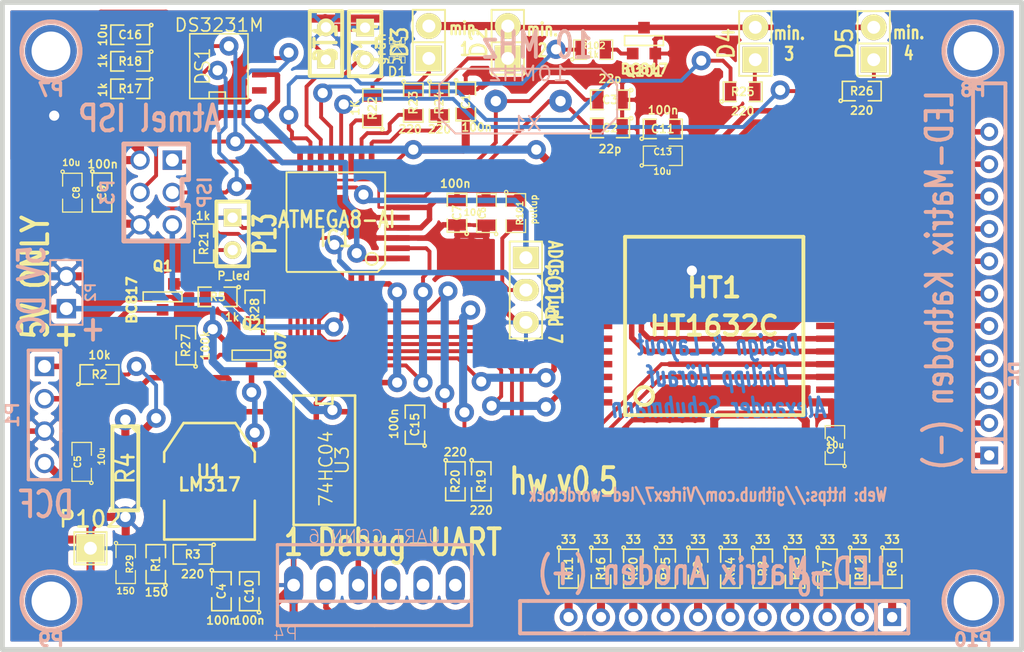
<source format=kicad_pcb>
(kicad_pcb (version 4) (host pcbnew "(2015-12-01 BZR 6337)-product")
  (title_block (title "DCF-kontrollierte Wordclock") (date "12 may 2013") (rev 0.4) (company "Philipp Hörauf"))
  (layers (0 Vorderseite mixed hide) (31 Rückseite mixed hide) (36 B.SilkS user hide) (37 F.SilkS user) (38 B.Mask user) (39 F.Mask user) (44 Edge.Cuts user))
  (net 0 "")
  (net 1 /3V)
  (net 2 /ChipSelect)
  (net 3 /DCF77)
  (net 4 /PON)
  (net 5 /RTC_SW)
  (net 6 /ReadClock)
  (net 7 /SerialData)
  (net 8 /WriteClock)
  (net 9 /dcf_on)
  (net 10 /minuten_1)
  (net 11 /minuten_2)
  (net 12 /miso)
  (net 13 /mosi)
  (net 14 /reset)
  (net 15 /rx)
  (net 16 /sck)
  (net 17 /tx)
  (net 18 GND)
  (net 19 "Net-(BT1-Pad1)")
  (net 20 "Net-(C2-Pad2)")
  (net 21 "Net-(C3-Pad2)")
  (net 22 "Net-(C10-Pad2)")
  (net 23 "Net-(D1-Pad1)")
  (net 24 "Net-(D2-Pad1)")
  (net 25 "Net-(D3-Pad1)")
  (net 26 "Net-(HT1-Pad2)")
  (net 27 "Net-(HT1-Pad3)")
  (net 28 "Net-(HT1-Pad4)")
  (net 29 "Net-(HT1-Pad5)")
  (net 30 "Net-(HT1-Pad6)")
  (net 31 "Net-(HT1-Pad8)")
  (net 32 "Net-(HT1-Pad9)")
  (net 33 "Net-(HT1-Pad10)")
  (net 34 "Net-(HT1-Pad11)")
  (net 35 "Net-(HT1-Pad12)")
  (net 36 "Net-(HT1-Pad13)")
  (net 37 "Net-(HT1-Pad22)")
  (net 38 "Net-(HT1-Pad23)")
  (net 39 "Net-(HT1-Pad24)")
  (net 40 "Net-(HT1-Pad26)")
  (net 41 "Net-(HT1-Pad27)")
  (net 42 "Net-(HT1-Pad28)")
  (net 43 "Net-(HT1-Pad29)")
  (net 44 "Net-(HT1-Pad30)")
  (net 45 "Net-(HT1-Pad31)")
  (net 46 "Net-(HT1-Pad32)")
  (net 47 "Net-(HT1-Pad33)")
  (net 48 "Net-(IC1-Pad23)")
  (net 49 "Net-(IC1-Pad31)")
  (net 50 "Net-(IC1-Pad30)")
  (net 51 /minuten_3)
  (net 52 /minuten_4)
  (net 53 "Net-(IC1-Pad11)")
  (net 54 "Net-(IC1-Pad14)")
  (net 55 "Net-(P1-Pad1)")
  (net 56 "Net-(P1-Pad2)")
  (net 57 "Net-(P6-Pad1)")
  (net 58 "Net-(P6-Pad2)")
  (net 59 "Net-(P6-Pad3)")
  (net 60 "Net-(P6-Pad4)")
  (net 61 "Net-(P6-Pad5)")
  (net 62 "Net-(P6-Pad6)")
  (net 63 "Net-(P6-Pad7)")
  (net 64 "Net-(P6-Pad8)")
  (net 65 "Net-(P6-Pad9)")
  (net 66 "Net-(P6-Pad10)")
  (net 67 "Net-(P6-Pad11)")
  (net 68 "Net-(P13-Pad2)")
  (net 69 "Net-(Q1-Pad2)")
  (net 70 "Net-(Q2-Pad2)")
  (net 71 "Net-(R1-Pad2)")
  (net 72 "Net-(U3-Pad2)")
  (net 73 "Net-(D4-Pad1)")
  (net 74 "Net-(D5-Pad1)")
  (net 75 /lichtsensor)
  (net 76 "Net-(R1-Pad1)")
  (net 77 +5V)
  (net 78 "Net-(D2-Pad2)")
  (net 79 /debug)
  (net 80 "Net-(Q101-Pad2)")
  (module TQFP32 (layer Vorderseite) (at 196.342 54.102 180)
    (fp_text reference IC1 (at 0 -1.27 180) (layer F.SilkS) (effects (font (size 1.27 1.016) (thickness 0.2032))))
    (fp_text value ATMEGA8-AI (at -0.0762 0.2286 180) (layer F.SilkS) (effects (font (size 1.27 1.016) (thickness 0.2032))))
    (pad 8 smd rect (at -4.81584 2.77622 180) (size 1.99898 0.44958) (layers Vorderseite F.Mask) (net 21 "Net-(C3-Pad2)"))
    (pad 7 smd rect (at -4.81584 1.97612 180) (size 1.99898 0.44958) (layers Vorderseite F.Mask) (net 20 "Net-(C2-Pad2)"))
    (pad 6 smd rect (at -4.81584 1.17602 180) (size 1.99898 0.44958) (layers Vorderseite F.Mask) (net 77 +5V))
    (pad 5 smd rect (at -4.81584 0.37592 180) (size 1.99898 0.44958) (layers Vorderseite F.Mask) (net 18 GND))
    (pad 4 smd rect (at -4.81584 -0.42418 180) (size 1.99898 0.44958) (layers Vorderseite F.Mask) (net 77 +5V))
    (pad 3 smd rect (at -4.81584 -1.22428 180) (size 1.99898 0.44958) (layers Vorderseite F.Mask) (net 18 GND))
    (pad 2 smd rect (at -4.81584 -2.02438 180) (size 1.99898 0.44958) (layers Vorderseite F.Mask) (net 4 /PON))
    (pad 1 smd rect (at -4.81584 -2.82448 180) (size 1.99898 0.44958) (layers Vorderseite F.Mask) (net 5 /RTC_SW))
    (pad 24 smd rect (at 4.7498 -2.8194 180) (size 1.99898 0.44958) (layers Vorderseite F.Mask) (net 9 /dcf_on))
    (pad 17 smd rect (at 4.7498 2.794 180) (size 1.99898 0.44958) (layers Vorderseite F.Mask) (net 16 /sck))
    (pad 18 smd rect (at 4.7498 1.9812 180) (size 1.99898 0.44958) (layers Vorderseite F.Mask) (net 77 +5V))
    (pad 19 smd rect (at 4.7498 1.1684 180) (size 1.99898 0.44958) (layers Vorderseite F.Mask) (net 75 /lichtsensor))
    (pad 20 smd rect (at 4.7498 0.381 180) (size 1.99898 0.44958) (layers Vorderseite F.Mask))
    (pad 21 smd rect (at 4.7498 -0.4318 180) (size 1.99898 0.44958) (layers Vorderseite F.Mask) (net 18 GND))
    (pad 22 smd rect (at 4.7498 -1.2192 180) (size 1.99898 0.44958) (layers Vorderseite F.Mask) (net 79 /debug))
    (pad 23 smd rect (at 4.7498 -2.032 180) (size 1.99898 0.44958) (layers Vorderseite F.Mask) (net 48 "Net-(IC1-Pad23)"))
    (pad 32 smd rect (at -2.82448 -4.826 180) (size 0.44958 1.99898) (layers Vorderseite F.Mask) (net 3 /DCF77))
    (pad 31 smd rect (at -2.02692 -4.826 180) (size 0.44958 1.99898) (layers Vorderseite F.Mask) (net 49 "Net-(IC1-Pad31)"))
    (pad 30 smd rect (at -1.22428 -4.826 180) (size 0.44958 1.99898) (layers Vorderseite F.Mask) (net 50 "Net-(IC1-Pad30)"))
    (pad 29 smd rect (at -0.42672 -4.826 180) (size 0.44958 1.99898) (layers Vorderseite F.Mask) (net 14 /reset))
    (pad 28 smd rect (at 0.37592 -4.826 180) (size 0.44958 1.99898) (layers Vorderseite F.Mask) (net 8 /WriteClock))
    (pad 27 smd rect (at 1.17348 -4.826 180) (size 0.44958 1.99898) (layers Vorderseite F.Mask) (net 7 /SerialData))
    (pad 26 smd rect (at 1.97612 -4.826 180) (size 0.44958 1.99898) (layers Vorderseite F.Mask) (net 6 /ReadClock))
    (pad 25 smd rect (at 2.77368 -4.826 180) (size 0.44958 1.99898) (layers Vorderseite F.Mask) (net 2 /ChipSelect))
    (pad 9 smd rect (at -2.8194 4.7752 180) (size 0.44958 1.99898) (layers Vorderseite F.Mask) (net 51 /minuten_3))
    (pad 10 smd rect (at -2.032 4.7752 180) (size 0.44958 1.99898) (layers Vorderseite F.Mask) (net 52 /minuten_4))
    (pad 11 smd rect (at -1.2192 4.7752 180) (size 0.44958 1.99898) (layers Vorderseite F.Mask) (net 53 "Net-(IC1-Pad11)"))
    (pad 12 smd rect (at -0.4318 4.7752 180) (size 0.44958 1.99898) (layers Vorderseite F.Mask) (net 11 /minuten_2))
    (pad 13 smd rect (at 0.3556 4.7752 180) (size 0.44958 1.99898) (layers Vorderseite F.Mask) (net 10 /minuten_1))
    (pad 14 smd rect (at 1.1684 4.7752 180) (size 0.44958 1.99898) (layers Vorderseite F.Mask) (net 54 "Net-(IC1-Pad14)"))
    (pad 15 smd rect (at 1.9812 4.7752 180) (size 0.44958 1.99898) (layers Vorderseite F.Mask) (net 13 /mosi))
    (pad 16 smd rect (at 2.794 4.7752 180) (size 0.44958 1.99898) (layers Vorderseite F.Mask) (net 12 /miso))
  )
  (module LED-0805-newMask (layer Vorderseite) (at 201.168 40.5892 90)
    (fp_text reference D1 (at -1.7018 0 180) (layer F.SilkS) (effects (font (size 0.762 0.762) (thickness 0.127))))
    (fp_text value grün (at 0.1016 -1.2954 270) (layer F.SilkS) (effects (font (size 0.762 0.762) (thickness 0.127))))
    (pad 1 smd rect (at -1.04902 0 90) (size 1.19888 1.19888) (layers Vorderseite F.Mask) (net 23 "Net-(D1-Pad1)"))
    (pad 2 smd rect (at 1.04902 0 90) (size 1.19888 1.19888) (layers Vorderseite F.Mask) (net 18 GND))
  )
  (module PINHEAD1-6 (layer Rückseite) (at 199.39 82.5754)
    (fp_text reference P4 (at -6.985 3.81) (layer B.SilkS) (effects (font (size 1.016 1.016) (thickness 0.0889)) (justify mirror)))
    (fp_text value UART_CONN_6 (at 0 -3.81) (layer B.SilkS) (effects (font (size 1.016 1.016) (thickness 0.0889)) (justify mirror)))
    (pad 1 thru_hole oval (at -6.35 0) (size 1.50622 3.01498) (drill 1.00076) (layers *.Cu *.Mask) (net 18 GND))
    (pad 2 thru_hole oval (at -3.81 0) (size 1.50622 3.01498) (drill 1.00076) (layers *.Cu *.Mask) (net 15 /rx))
    (pad 3 thru_hole oval (at -1.27 0) (size 1.50622 3.01498) (drill 1.00076) (layers *.Cu *.Mask) (net 17 /tx))
    (pad 4 thru_hole oval (at 1.27 0) (size 1.50622 3.01498) (drill 1.00076) (layers *.Cu *.Mask))
    (pad 5 thru_hole oval (at 3.81 0) (size 1.50622 3.01498) (drill 1.00076) (layers *.Cu *.Mask))
    (pad 6 thru_hole oval (at 6.35 0) (size 1.50622 3.01498) (drill 1.00076) (layers *.Cu *.Mask))
  )
  (module pin_array_3x2 (layer Rückseite) (at 182.25008 51.74996 270)
    (fp_text reference P3 (at 0 3.81 270) (layer B.SilkS) (effects (font (size 1.016 1.016) (thickness 0.2032)) (justify mirror)))
    (fp_text value ISP (at 0 -3.81 270) (layer B.SilkS) (effects (font (size 1.016 1.016) (thickness 0.2032)) (justify mirror)))
    (pad 1 thru_hole rect (at -2.54 -1.27 270) (size 1.524 1.524) (drill 1.016) (layers *.Cu *.Mask) (net 12 /miso))
    (pad 2 thru_hole circle (at -2.54 1.27 270) (size 1.524 1.524) (drill 1.016) (layers *.Cu *.Mask) (net 77 +5V))
    (pad 3 thru_hole circle (at 0 -1.27 270) (size 1.524 1.524) (drill 1.016) (layers *.Cu *.Mask) (net 16 /sck))
    (pad 4 thru_hole circle (at 0 1.27 270) (size 1.524 1.524) (drill 1.016) (layers *.Cu *.Mask) (net 13 /mosi))
    (pad 5 thru_hole circle (at 2.54 -1.27 270) (size 1.524 1.524) (drill 1.016) (layers *.Cu *.Mask) (net 14 /reset))
    (pad 6 thru_hole circle (at 2.54 1.27 270) (size 1.524 1.524) (drill 1.016) (layers *.Cu *.Mask) (net 18 GND))
  )
  (module SOT223 (layer Vorderseite) (at 186.436 74.422)
    (fp_text reference U1 (at 0 -0.762) (layer F.SilkS) (effects (font (size 1.016 1.016) (thickness 0.2032))))
    (fp_text value LM317 (at 0 0.254) (layer F.SilkS) (effects (font (size 1.016 1.016) (thickness 0.2032))))
    (pad 3 smd rect (at 0 -3.302) (size 3.6576 2.032) (layers Vorderseite F.Mask) (net 1 /3V) (clearance 0.508))
    (pad 3 smd rect (at 0 3.302) (size 1.016 2.032) (layers Vorderseite F.Mask) (net 1 /3V))
    (pad 1 smd rect (at 2.286 3.302) (size 1.016 2.032) (layers Vorderseite F.Mask) (net 22 "Net-(C10-Pad2)"))
    (pad 2 smd rect (at -2.286 3.302) (size 1.016 2.032) (layers Vorderseite F.Mask) (net 71 "Net-(R1-Pad2)"))
  )
  (module SIL-12 (layer Rückseite) (at 247.65 58.42 90)
    (fp_text reference P5 (at -7.62 2.54 90) (layer B.SilkS) (effects (font (size 1.72974 1.08712) (thickness 0.27178)) (justify mirror)))
    (fp_text value Led_Zeilen_CONN_11 (at 3.81 5.08 90) (layer B.SilkS) (effects (font (size 1.524 1.016) (thickness 0.254)) (justify mirror)))
    (pad 1 thru_hole rect (at -13.97 0 90) (size 1.397 1.397) (drill 0.8128) (layers *.Cu *.Mask) (net 37 "Net-(HT1-Pad22)"))
    (pad 2 thru_hole circle (at -11.43 0 90) (size 1.397 1.397) (drill 0.8128) (layers *.Cu *.Mask) (net 38 "Net-(HT1-Pad23)"))
    (pad 3 thru_hole circle (at -8.89 0 90) (size 1.397 1.397) (drill 0.8128) (layers *.Cu *.Mask) (net 39 "Net-(HT1-Pad24)"))
    (pad 4 thru_hole circle (at -6.35 0 90) (size 1.397 1.397) (drill 0.8128) (layers *.Cu *.Mask) (net 40 "Net-(HT1-Pad26)"))
    (pad 5 thru_hole circle (at -3.81 0 90) (size 1.397 1.397) (drill 0.8128) (layers *.Cu *.Mask) (net 41 "Net-(HT1-Pad27)"))
    (pad 6 thru_hole circle (at -1.27 0 90) (size 1.397 1.397) (drill 0.8128) (layers *.Cu *.Mask) (net 42 "Net-(HT1-Pad28)"))
    (pad 7 thru_hole circle (at 1.27 0 90) (size 1.397 1.397) (drill 0.8128) (layers *.Cu *.Mask) (net 43 "Net-(HT1-Pad29)"))
    (pad 8 thru_hole circle (at 3.81 0 90) (size 1.397 1.397) (drill 0.8128) (layers *.Cu *.Mask) (net 44 "Net-(HT1-Pad30)"))
    (pad 9 thru_hole circle (at 6.35 0 90) (size 1.397 1.397) (drill 0.8128) (layers *.Cu *.Mask) (net 45 "Net-(HT1-Pad31)"))
    (pad 10 thru_hole circle (at 8.89 0 90) (size 1.397 1.397) (drill 0.8128) (layers *.Cu *.Mask) (net 46 "Net-(HT1-Pad32)"))
    (pad 11 thru_hole circle (at 11.43 0 90) (size 1.397 1.397) (drill 0.8128) (layers *.Cu *.Mask) (net 47 "Net-(HT1-Pad33)"))
  )
  (module SOT23EBC (layer Vorderseite) (at 182.753 59.944)
    (fp_text reference Q1 (at 0 -2.413) (layer F.SilkS) (effects (font (size 0.762 0.762) (thickness 0.1905))))
    (fp_text value BC817 (at -2.413 0.254 90) (layer F.SilkS) (effects (font (size 0.762 0.762) (thickness 0.1905))))
    (pad 1 smd rect (at -0.889 -1.016) (size 0.9144 0.9144) (layers Vorderseite F.Mask) (net 18 GND))
    (pad 2 smd rect (at 0.889 -1.016) (size 0.9144 0.9144) (layers Vorderseite F.Mask) (net 69 "Net-(Q1-Pad2)"))
    (pad 3 smd rect (at 0 1.016) (size 0.9144 0.9144) (layers Vorderseite F.Mask) (net 55 "Net-(P1-Pad1)"))
  )
  (module SO14N (layer Vorderseite) (at 195.58 72.771 270)
    (fp_text reference U3 (at 0 -1.27 270) (layer F.SilkS) (effects (font (size 1.016 1.143) (thickness 0.127))))
    (fp_text value 74HC04 (at 0.6604 0 270) (layer F.SilkS) (effects (font (size 1.016 1.016) (thickness 0.127))))
    (pad 1 smd rect (at -3.81 3.302 270) (size 0.508 1.143) (layers Vorderseite F.Mask) (net 56 "Net-(P1-Pad2)"))
    (pad 2 smd rect (at -2.54 3.302 270) (size 0.508 1.143) (layers Vorderseite F.Mask) (net 72 "Net-(U3-Pad2)"))
    (pad 3 smd rect (at -1.27 3.302 270) (size 0.508 1.143) (layers Vorderseite F.Mask) (net 72 "Net-(U3-Pad2)"))
    (pad 4 smd rect (at 0 3.302 270) (size 0.508 1.143) (layers Vorderseite F.Mask) (net 3 /DCF77))
    (pad 5 smd rect (at 1.27 3.302 270) (size 0.508 1.143) (layers Vorderseite F.Mask) (net 18 GND))
    (pad 6 smd rect (at 2.54 3.302 270) (size 0.508 1.143) (layers Vorderseite F.Mask))
    (pad 7 smd rect (at 3.81 3.302 270) (size 0.508 1.143) (layers Vorderseite F.Mask) (net 18 GND))
    (pad 8 smd rect (at 3.81 -3.048 270) (size 0.508 1.143) (layers Vorderseite F.Mask))
    (pad 9 smd rect (at 2.54 -3.048 270) (size 0.508 1.143) (layers Vorderseite F.Mask) (net 18 GND))
    (pad 11 smd rect (at 0 -3.048 270) (size 0.508 1.143) (layers Vorderseite F.Mask) (net 18 GND))
    (pad 12 smd rect (at -1.27 -3.048 270) (size 0.508 1.143) (layers Vorderseite F.Mask))
    (pad 13 smd rect (at -2.54 -3.048 270) (size 0.508 1.143) (layers Vorderseite F.Mask) (net 18 GND))
    (pad 14 smd rect (at -3.81 -3.048 270) (size 0.508 1.143) (layers Vorderseite F.Mask) (net 77 +5V))
    (pad 10 smd rect (at 1.27 -3.048 270) (size 0.508 1.143) (layers Vorderseite F.Mask))
  )
  (module SM0805 (layer Vorderseite) (at 240.03 81.28 270)
    (fp_text reference R6 (at 0 0 270) (layer F.SilkS) (effects (font (size 0.635 0.635) (thickness 0.127))))
    (fp_text value 33 (at -2.286 0 360) (layer F.SilkS) (effects (font (size 0.635 0.635) (thickness 0.127))))
    (pad 1 smd rect (at -0.9525 0 270) (size 0.889 1.397) (layers Vorderseite F.Mask) (net 36 "Net-(HT1-Pad13)"))
    (pad 2 smd rect (at 0.9525 0 270) (size 0.889 1.397) (layers Vorderseite F.Mask) (net 57 "Net-(P6-Pad1)"))
  )
  (module SM0805 (layer Vorderseite) (at 187.071 59.944 180)
    (fp_text reference R5 (at 0 0 180) (layer F.SilkS) (effects (font (size 0.635 0.635) (thickness 0.127))))
    (fp_text value 1k (at -1.143 -1.6002 180) (layer F.SilkS) (effects (font (size 0.635 0.635) (thickness 0.127))))
    (pad 1 smd rect (at -0.9525 0 180) (size 0.889 1.397) (layers Vorderseite F.Mask) (net 4 /PON))
    (pad 2 smd rect (at 0.9525 0 180) (size 0.889 1.397) (layers Vorderseite F.Mask) (net 69 "Net-(Q1-Pad2)"))
  )
  (module SM0805 (layer Vorderseite) (at 237.49 81.28 270)
    (fp_text reference R12 (at 0 0 270) (layer F.SilkS) (effects (font (size 0.635 0.635) (thickness 0.127))))
    (fp_text value 33 (at -2.286 0 360) (layer F.SilkS) (effects (font (size 0.635 0.635) (thickness 0.127))))
    (pad 1 smd rect (at -0.9525 0 270) (size 0.889 1.397) (layers Vorderseite F.Mask) (net 35 "Net-(HT1-Pad12)"))
    (pad 2 smd rect (at 0.9525 0 270) (size 0.889 1.397) (layers Vorderseite F.Mask) (net 58 "Net-(P6-Pad2)"))
  )
  (module SM0805 (layer Vorderseite) (at 214.63 81.28 270)
    (fp_text reference R11 (at 0 0 270) (layer F.SilkS) (effects (font (size 0.635 0.635) (thickness 0.127))))
    (fp_text value 33 (at -2.286 0 360) (layer F.SilkS) (effects (font (size 0.635 0.635) (thickness 0.127))))
    (pad 1 smd rect (at -0.9525 0 270) (size 0.889 1.397) (layers Vorderseite F.Mask) (net 26 "Net-(HT1-Pad2)"))
    (pad 2 smd rect (at 0.9525 0 270) (size 0.889 1.397) (layers Vorderseite F.Mask) (net 67 "Net-(P6-Pad11)"))
  )
  (module SM0805 (layer Vorderseite) (at 234.95 81.28 270)
    (fp_text reference R7 (at 0 0 270) (layer F.SilkS) (effects (font (size 0.635 0.635) (thickness 0.127))))
    (fp_text value 33 (at -2.286 0 360) (layer F.SilkS) (effects (font (size 0.635 0.635) (thickness 0.127))))
    (pad 1 smd rect (at -0.9525 0 270) (size 0.889 1.397) (layers Vorderseite F.Mask) (net 34 "Net-(HT1-Pad11)"))
    (pad 2 smd rect (at 0.9525 0 270) (size 0.889 1.397) (layers Vorderseite F.Mask) (net 59 "Net-(P6-Pad3)"))
  )
  (module SM0805 (layer Vorderseite) (at 229.87 81.28 270)
    (fp_text reference R8 (at 0 0 270) (layer F.SilkS) (effects (font (size 0.635 0.635) (thickness 0.127))))
    (fp_text value 33 (at -2.286 0 360) (layer F.SilkS) (effects (font (size 0.635 0.635) (thickness 0.127))))
    (pad 1 smd rect (at -0.9525 0 270) (size 0.889 1.397) (layers Vorderseite F.Mask) (net 32 "Net-(HT1-Pad9)"))
    (pad 2 smd rect (at 0.9525 0 270) (size 0.889 1.397) (layers Vorderseite F.Mask) (net 61 "Net-(P6-Pad5)"))
  )
  (module SM0805 (layer Vorderseite) (at 224.79 81.28 270)
    (fp_text reference R9 (at 0 0 270) (layer F.SilkS) (effects (font (size 0.635 0.635) (thickness 0.127))))
    (fp_text value 33 (at -2.286 0 360) (layer F.SilkS) (effects (font (size 0.635 0.635) (thickness 0.127))))
    (pad 1 smd rect (at -0.9525 0 270) (size 0.889 1.397) (layers Vorderseite F.Mask) (net 30 "Net-(HT1-Pad6)"))
    (pad 2 smd rect (at 0.9525 0 270) (size 0.889 1.397) (layers Vorderseite F.Mask) (net 63 "Net-(P6-Pad7)"))
  )
  (module SM0805 (layer Vorderseite) (at 185.1152 80.1624 180)
    (fp_text reference R3 (at 0 0 180) (layer F.SilkS) (effects (font (size 0.635 0.635) (thickness 0.127))))
    (fp_text value 220 (at 0 -1.5494 180) (layer F.SilkS) (effects (font (size 0.635 0.635) (thickness 0.127))))
    (pad 1 smd rect (at -0.9525 0 180) (size 0.889 1.397) (layers Vorderseite F.Mask) (net 1 /3V))
    (pad 2 smd rect (at 0.9525 0 180) (size 0.889 1.397) (layers Vorderseite F.Mask) (net 71 "Net-(R1-Pad2)"))
  )
  (module SM0805 (layer Vorderseite) (at 177.8 66.04)
    (fp_text reference R2 (at 0 0) (layer F.SilkS) (effects (font (size 0.635 0.635) (thickness 0.127))))
    (fp_text value 10k (at 0 -1.524) (layer F.SilkS) (effects (font (size 0.635 0.635) (thickness 0.127))))
    (pad 1 smd rect (at -0.9525 0) (size 0.889 1.397) (layers Vorderseite F.Mask) (net 55 "Net-(P1-Pad1)"))
    (pad 2 smd rect (at 0.9525 0) (size 0.889 1.397) (layers Vorderseite F.Mask) (net 1 /3V))
  )
  (module SM0805 (layer Vorderseite) (at 182.2196 80.9244 90)
    (fp_text reference R1 (at 0 0 90) (layer F.SilkS) (effects (font (size 0.635 0.635) (thickness 0.127))))
    (fp_text value 150 (at -2.2098 0.0508 360) (layer F.SilkS) (effects (font (size 0.635 0.635) (thickness 0.127))))
    (pad 1 smd rect (at -0.9525 0 90) (size 0.889 1.397) (layers Vorderseite F.Mask) (net 76 "Net-(R1-Pad1)"))
    (pad 2 smd rect (at 0.9525 0 90) (size 0.889 1.397) (layers Vorderseite F.Mask) (net 71 "Net-(R1-Pad2)"))
  )
  (module SM0805 (layer Vorderseite) (at 219.71 81.28 270)
    (fp_text reference R10 (at 0 0 270) (layer F.SilkS) (effects (font (size 0.635 0.635) (thickness 0.127))))
    (fp_text value 33 (at -2.286 0 360) (layer F.SilkS) (effects (font (size 0.635 0.635) (thickness 0.127))))
    (pad 1 smd rect (at -0.9525 0 270) (size 0.889 1.397) (layers Vorderseite F.Mask) (net 28 "Net-(HT1-Pad4)"))
    (pad 2 smd rect (at 0.9525 0 270) (size 0.889 1.397) (layers Vorderseite F.Mask) (net 65 "Net-(P6-Pad9)"))
  )
  (module SM0805 (layer Vorderseite) (at 232.41 81.28 270)
    (fp_text reference R13 (at 0 0 270) (layer F.SilkS) (effects (font (size 0.635 0.635) (thickness 0.127))))
    (fp_text value 33 (at -2.286 0 360) (layer F.SilkS) (effects (font (size 0.635 0.635) (thickness 0.127))))
    (pad 1 smd rect (at -0.9525 0 270) (size 0.889 1.397) (layers Vorderseite F.Mask) (net 33 "Net-(HT1-Pad10)"))
    (pad 2 smd rect (at 0.9525 0 270) (size 0.889 1.397) (layers Vorderseite F.Mask) (net 60 "Net-(P6-Pad4)"))
  )
  (module SM0805 (layer Vorderseite) (at 206.5528 44.6024 270)
    (fp_text reference C1 (at 0 0 270) (layer F.SilkS) (effects (font (size 0.635 0.635) (thickness 0.127))))
    (fp_text value 100n (at 2.032 -0.8636 360) (layer F.SilkS) (effects (font (size 0.635 0.635) (thickness 0.127))))
    (pad 1 smd rect (at -0.9525 0 270) (size 0.889 1.397) (layers Vorderseite F.Mask) (net 18 GND))
    (pad 2 smd rect (at 0.9525 0 270) (size 0.889 1.397) (layers Vorderseite F.Mask) (net 77 +5V))
  )
  (module SM0805 (layer Vorderseite) (at 227.33 81.28 270)
    (fp_text reference R14 (at 0 0 270) (layer F.SilkS) (effects (font (size 0.635 0.635) (thickness 0.127))))
    (fp_text value 33 (at -2.286 0 360) (layer F.SilkS) (effects (font (size 0.635 0.635) (thickness 0.127))))
    (pad 1 smd rect (at -0.9525 0 270) (size 0.889 1.397) (layers Vorderseite F.Mask) (net 31 "Net-(HT1-Pad8)"))
    (pad 2 smd rect (at 0.9525 0 270) (size 0.889 1.397) (layers Vorderseite F.Mask) (net 62 "Net-(P6-Pad6)"))
  )
  (module SM0805 (layer Vorderseite) (at 222.25 81.28 270)
    (fp_text reference R15 (at 0 0 270) (layer F.SilkS) (effects (font (size 0.635 0.635) (thickness 0.127))))
    (fp_text value 33 (at -2.286 0 360) (layer F.SilkS) (effects (font (size 0.635 0.635) (thickness 0.127))))
    (pad 1 smd rect (at -0.9525 0 270) (size 0.889 1.397) (layers Vorderseite F.Mask) (net 29 "Net-(HT1-Pad5)"))
    (pad 2 smd rect (at 0.9525 0 270) (size 0.889 1.397) (layers Vorderseite F.Mask) (net 64 "Net-(P6-Pad8)"))
  )
  (module SM0805 (layer Vorderseite) (at 217.17 81.28 270)
    (fp_text reference R16 (at 0 0 270) (layer F.SilkS) (effects (font (size 0.635 0.635) (thickness 0.127))))
    (fp_text value 33 (at -2.286 0 360) (layer F.SilkS) (effects (font (size 0.635 0.635) (thickness 0.127))))
    (pad 1 smd rect (at -0.9525 0 270) (size 0.889 1.397) (layers Vorderseite F.Mask) (net 27 "Net-(HT1-Pad3)"))
    (pad 2 smd rect (at 0.9525 0 270) (size 0.889 1.397) (layers Vorderseite F.Mask) (net 66 "Net-(P6-Pad10)"))
  )
  (module SM0805 (layer Vorderseite) (at 222.0214 46.7614)
    (fp_text reference C11 (at 0 0) (layer F.SilkS) (effects (font (size 0.635 0.635) (thickness 0.127))))
    (fp_text value 100n (at 0.0254 -1.4732) (layer F.SilkS) (effects (font (size 0.635 0.635) (thickness 0.127))))
    (pad 1 smd rect (at -0.9525 0) (size 0.889 1.397) (layers Vorderseite F.Mask) (net 77 +5V))
    (pad 2 smd rect (at 0.9525 0) (size 0.889 1.397) (layers Vorderseite F.Mask) (net 18 GND))
  )
  (module SM0805 (layer Vorderseite) (at 189.5602 83.058 90)
    (fp_text reference C10 (at 0 0 90) (layer F.SilkS) (effects (font (size 0.635 0.635) (thickness 0.127))))
    (fp_text value 100n (at -2.286 0 180) (layer F.SilkS) (effects (font (size 0.635 0.635) (thickness 0.127))))
    (pad 1 smd rect (at -0.9525 0 90) (size 0.889 1.397) (layers Vorderseite F.Mask) (net 18 GND))
    (pad 2 smd rect (at 0.9525 0 90) (size 0.889 1.397) (layers Vorderseite F.Mask) (net 22 "Net-(C10-Pad2)"))
  )
  (module SM0805 (layer Vorderseite) (at 178.00066 51.74996 270)
    (fp_text reference C9 (at 0 0 270) (layer F.SilkS) (effects (font (size 0.635 0.635) (thickness 0.127))))
    (fp_text value 100n (at -2.21996 -0.05334 360) (layer F.SilkS) (effects (font (size 0.635 0.635) (thickness 0.127))))
    (pad 1 smd rect (at -0.9525 0 270) (size 0.889 1.397) (layers Vorderseite F.Mask) (net 77 +5V))
    (pad 2 smd rect (at 0.9525 0 270) (size 0.889 1.397) (layers Vorderseite F.Mask) (net 18 GND))
  )
  (module SM0805 (layer Vorderseite) (at 205.867 53.34 90)
    (fp_text reference C7 (at 0 0 90) (layer F.SilkS) (effects (font (size 0.635 0.635) (thickness 0.127))))
    (fp_text value 100n (at 2.286 -0.127 180) (layer F.SilkS) (effects (font (size 0.635 0.635) (thickness 0.127))))
    (pad 1 smd rect (at -0.9525 0 90) (size 0.889 1.397) (layers Vorderseite F.Mask) (net 18 GND))
    (pad 2 smd rect (at 0.9525 0 90) (size 0.889 1.397) (layers Vorderseite F.Mask) (net 77 +5V))
  )
  (module SM0805 (layer Vorderseite) (at 187.3758 83.058 270)
    (fp_text reference C4 (at 0 0 270) (layer F.SilkS) (effects (font (size 0.635 0.635) (thickness 0.127))))
    (fp_text value 100n (at 2.286 0 360) (layer F.SilkS) (effects (font (size 0.635 0.635) (thickness 0.127))))
    (pad 1 smd rect (at -0.9525 0 270) (size 0.889 1.397) (layers Vorderseite F.Mask) (net 1 /3V))
    (pad 2 smd rect (at 0.9525 0 270) (size 0.889 1.397) (layers Vorderseite F.Mask) (net 18 GND))
  )
  (module SM0805 (layer Vorderseite) (at 217.8812 44.4754 180)
    (fp_text reference C3 (at 0 0 180) (layer F.SilkS) (effects (font (size 0.635 0.635) (thickness 0.127))))
    (fp_text value 22p (at 0 1.651 180) (layer F.SilkS) (effects (font (size 0.635 0.635) (thickness 0.127))))
    (pad 1 smd rect (at -0.9525 0 180) (size 0.889 1.397) (layers Vorderseite F.Mask) (net 18 GND))
    (pad 2 smd rect (at 0.9525 0 180) (size 0.889 1.397) (layers Vorderseite F.Mask) (net 21 "Net-(C3-Pad2)"))
  )
  (module SM0805 (layer Vorderseite) (at 217.8812 46.6852 180)
    (fp_text reference C2 (at 0 0 180) (layer F.SilkS) (effects (font (size 0.635 0.635) (thickness 0.127))))
    (fp_text value 22p (at 0 -1.651 180) (layer F.SilkS) (effects (font (size 0.635 0.635) (thickness 0.127))))
    (pad 1 smd rect (at -0.9525 0 180) (size 0.889 1.397) (layers Vorderseite F.Mask) (net 18 GND))
    (pad 2 smd rect (at 0.9525 0 180) (size 0.889 1.397) (layers Vorderseite F.Mask) (net 20 "Net-(C2-Pad2)"))
  )
  (module SIL-12 (layer Rückseite) (at 226.06 85.09 180)
    (fp_text reference P6 (at -7.62 2.54 180) (layer B.SilkS) (effects (font (size 1.72974 1.08712) (thickness 0.27178)) (justify mirror)))
    (fp_text value Led_Spalten_CONN_11 (at 0 -5.08 180) (layer B.SilkS) (effects (font (size 1.524 1.016) (thickness 0.254)) (justify mirror)))
    (pad 1 thru_hole rect (at -13.97 0 180) (size 1.397 1.397) (drill 0.8128) (layers *.Cu *.Mask) (net 57 "Net-(P6-Pad1)"))
    (pad 2 thru_hole circle (at -11.43 0 180) (size 1.397 1.397) (drill 0.8128) (layers *.Cu *.Mask) (net 58 "Net-(P6-Pad2)"))
    (pad 3 thru_hole circle (at -8.89 0 180) (size 1.397 1.397) (drill 0.8128) (layers *.Cu *.Mask) (net 59 "Net-(P6-Pad3)"))
    (pad 4 thru_hole circle (at -6.35 0 180) (size 1.397 1.397) (drill 0.8128) (layers *.Cu *.Mask) (net 60 "Net-(P6-Pad4)"))
    (pad 5 thru_hole circle (at -3.81 0 180) (size 1.397 1.397) (drill 0.8128) (layers *.Cu *.Mask) (net 61 "Net-(P6-Pad5)"))
    (pad 6 thru_hole circle (at -1.27 0 180) (size 1.397 1.397) (drill 0.8128) (layers *.Cu *.Mask) (net 62 "Net-(P6-Pad6)"))
    (pad 7 thru_hole circle (at 1.27 0 180) (size 1.397 1.397) (drill 0.8128) (layers *.Cu *.Mask) (net 63 "Net-(P6-Pad7)"))
    (pad 8 thru_hole circle (at 3.81 0 180) (size 1.397 1.397) (drill 0.8128) (layers *.Cu *.Mask) (net 64 "Net-(P6-Pad8)"))
    (pad 9 thru_hole circle (at 6.35 0 180) (size 1.397 1.397) (drill 0.8128) (layers *.Cu *.Mask) (net 65 "Net-(P6-Pad9)"))
    (pad 10 thru_hole circle (at 8.89 0 180) (size 1.397 1.397) (drill 0.8128) (layers *.Cu *.Mask) (net 66 "Net-(P6-Pad10)"))
    (pad 11 thru_hole circle (at 11.43 0 180) (size 1.397 1.397) (drill 0.8128) (layers *.Cu *.Mask) (net 67 "Net-(P6-Pad11)"))
  )
  (module R3-LARGE_PADS (layer Vorderseite) (at 179.832 73.406 270)
    (fp_text reference R4 (at 0 0 270) (layer F.SilkS) (effects (font (size 1.397 1.27) (thickness 0.2032))))
    (fp_text value 150 hide)
    (pad 1 thru_hole circle (at -3.81 0 270) (size 1.651 1.651) (drill 0.8128) (layers *.Cu *.Mask) (net 1 /3V))
    (pad 2 thru_hole circle (at 3.81 0 270) (size 1.651 1.651) (drill 0.8128) (layers *.Cu *.Mask) (net 18 GND))
  )
  (module QFP52 (layer Vorderseite) (at 226.06 62.23)
    (fp_text reference HT1 (at 0 -2.99974) (layer F.SilkS) (effects (font (thickness 0.3048))))
    (fp_text value HT1632C (at 0 0) (layer F.SilkS) (effects (font (thickness 0.3048))))
    (pad 1 smd rect (at -5.99948 9.25068) (size 0.50038 2.49936) (layers Vorderseite F.Mask))
    (pad 2 smd rect (at -5.00126 9.25068) (size 0.50038 2.49936) (layers Vorderseite F.Mask) (net 26 "Net-(HT1-Pad2)"))
    (pad 3 smd rect (at -4.0005 9.25068) (size 0.50038 2.49936) (layers Vorderseite F.Mask) (net 27 "Net-(HT1-Pad3)"))
    (pad 4 smd rect (at -2.99974 9.25068) (size 0.50038 2.49936) (layers Vorderseite F.Mask) (net 28 "Net-(HT1-Pad4)"))
    (pad 5 smd rect (at -1.99898 9.25068) (size 0.50038 2.49936) (layers Vorderseite F.Mask) (net 29 "Net-(HT1-Pad5)"))
    (pad 6 smd rect (at -1.00076 9.25068) (size 0.50038 2.49936) (layers Vorderseite F.Mask) (net 30 "Net-(HT1-Pad6)"))
    (pad 7 smd rect (at 0 9.25068) (size 0.50038 2.49936) (layers Vorderseite F.Mask) (net 77 +5V))
    (pad 8 smd rect (at 1.00076 9.25068) (size 0.50038 2.49936) (layers Vorderseite F.Mask) (net 31 "Net-(HT1-Pad8)"))
    (pad 9 smd rect (at 1.99898 9.25068) (size 0.50038 2.49936) (layers Vorderseite F.Mask) (net 32 "Net-(HT1-Pad9)"))
    (pad 10 smd rect (at 2.99974 9.25068) (size 0.50038 2.49936) (layers Vorderseite F.Mask) (net 33 "Net-(HT1-Pad10)"))
    (pad 11 smd rect (at 4.0005 9.25068) (size 0.50038 2.49936) (layers Vorderseite F.Mask) (net 34 "Net-(HT1-Pad11)"))
    (pad 12 smd rect (at 5.00126 9.25068) (size 0.50038 2.49936) (layers Vorderseite F.Mask) (net 35 "Net-(HT1-Pad12)"))
    (pad 13 smd rect (at 5.99948 9.25068) (size 0.50038 2.49936) (layers Vorderseite F.Mask) (net 36 "Net-(HT1-Pad13)"))
    (pad 14 smd rect (at 9.25068 5.99948 90) (size 0.50038 2.49936) (layers Vorderseite F.Mask) (net 18 GND))
    (pad 15 smd rect (at 9.25068 5.00126 90) (size 0.50038 2.49936) (layers Vorderseite F.Mask))
    (pad 16 smd rect (at 9.25068 4.0005 90) (size 0.50038 2.49936) (layers Vorderseite F.Mask) (net 7 /SerialData))
    (pad 17 smd rect (at 9.25068 2.99974 90) (size 0.50038 2.49936) (layers Vorderseite F.Mask) (net 8 /WriteClock))
    (pad 18 smd rect (at 9.25068 1.99898 90) (size 0.50038 2.49936) (layers Vorderseite F.Mask) (net 6 /ReadClock))
    (pad 19 smd rect (at 9.25068 1.00076 90) (size 0.50038 2.49936) (layers Vorderseite F.Mask) (net 2 /ChipSelect))
    (pad 20 smd rect (at 9.25068 0 90) (size 0.50038 2.49936) (layers Vorderseite F.Mask))
    (pad 21 smd rect (at 9.25068 -1.00076 90) (size 0.50038 2.49936) (layers Vorderseite F.Mask) (net 77 +5V))
    (pad 22 smd rect (at 9.25068 -1.99898 90) (size 0.50038 2.49936) (layers Vorderseite F.Mask) (net 37 "Net-(HT1-Pad22)"))
    (pad 23 smd rect (at 9.25068 -2.99974 90) (size 0.50038 2.49936) (layers Vorderseite F.Mask) (net 38 "Net-(HT1-Pad23)"))
    (pad 24 smd rect (at 9.25068 -4.0005 90) (size 0.50038 2.49936) (layers Vorderseite F.Mask) (net 39 "Net-(HT1-Pad24)"))
    (pad 25 smd rect (at 9.25068 -5.00126 90) (size 0.50038 2.49936) (layers Vorderseite F.Mask) (net 18 GND))
    (pad 26 smd rect (at 9.25068 -5.99948 90) (size 0.50038 2.49936) (layers Vorderseite F.Mask) (net 40 "Net-(HT1-Pad26)"))
    (pad 27 smd rect (at 5.99948 -9.24814 180) (size 0.50038 2.49936) (layers Vorderseite F.Mask) (net 41 "Net-(HT1-Pad27)"))
    (pad 28 smd rect (at 5.00126 -9.24814 180) (size 0.50038 2.49936) (layers Vorderseite F.Mask) (net 42 "Net-(HT1-Pad28)"))
    (pad 29 smd rect (at 4.0005 -9.24814 180) (size 0.50038 2.49936) (layers Vorderseite F.Mask) (net 43 "Net-(HT1-Pad29)"))
    (pad 30 smd rect (at 2.99974 -9.24814 180) (size 0.50038 2.49936) (layers Vorderseite F.Mask) (net 44 "Net-(HT1-Pad30)"))
    (pad 31 smd rect (at 1.99898 -9.24814 180) (size 0.50038 2.49936) (layers Vorderseite F.Mask) (net 45 "Net-(HT1-Pad31)"))
    (pad 32 smd rect (at 1.00076 -9.24814 180) (size 0.50038 2.49936) (layers Vorderseite F.Mask) (net 46 "Net-(HT1-Pad32)"))
    (pad 33 smd rect (at 0 -9.24814 180) (size 0.50038 2.49936) (layers Vorderseite F.Mask) (net 47 "Net-(HT1-Pad33)"))
    (pad 34 smd rect (at -1.00076 -9.24814 180) (size 0.50038 2.49936) (layers Vorderseite F.Mask))
    (pad 35 smd rect (at -1.99898 -9.24814 180) (size 0.50038 2.49936) (layers Vorderseite F.Mask))
    (pad 36 smd rect (at -2.99974 -9.24814 180) (size 0.50038 2.49936) (layers Vorderseite F.Mask) (net 18 GND))
    (pad 37 smd rect (at -4.0005 -9.24814 180) (size 0.50038 2.49936) (layers Vorderseite F.Mask))
    (pad 38 smd rect (at -5.00126 -9.24814 180) (size 0.50038 2.49936) (layers Vorderseite F.Mask) (net 77 +5V))
    (pad 39 smd rect (at -5.99948 -9.24814 180) (size 0.50038 2.49936) (layers Vorderseite F.Mask))
    (pad 40 smd rect (at -9.25068 -5.99948 270) (size 0.50038 2.49936) (layers Vorderseite F.Mask))
    (pad 41 smd rect (at -9.25068 -5.00126 270) (size 0.50038 2.49936) (layers Vorderseite F.Mask))
    (pad 42 smd rect (at -9.25068 -4.0005 270) (size 0.50038 2.49936) (layers Vorderseite F.Mask))
    (pad 43 smd rect (at -9.25068 -2.99974 270) (size 0.50038 2.49936) (layers Vorderseite F.Mask))
    (pad 44 smd rect (at -9.25068 -1.99898 270) (size 0.50038 2.49936) (layers Vorderseite F.Mask))
    (pad 45 smd rect (at -9.25068 -1.00076 270) (size 0.50038 2.49936) (layers Vorderseite F.Mask))
    (pad 46 smd rect (at -9.25068 0 270) (size 0.50038 2.49936) (layers Vorderseite F.Mask))
    (pad 47 smd rect (at -9.25068 1.00076 270) (size 0.50038 2.49936) (layers Vorderseite F.Mask))
    (pad 48 smd rect (at -9.25068 1.99898 270) (size 0.50038 2.49936) (layers Vorderseite F.Mask))
    (pad 49 smd rect (at -9.25068 2.99974 270) (size 0.50038 2.49936) (layers Vorderseite F.Mask))
    (pad 50 smd rect (at -9.25068 4.0005 270) (size 0.50038 2.49936) (layers Vorderseite F.Mask))
    (pad 51 smd rect (at -9.25068 5.00126 270) (size 0.50038 2.49936) (layers Vorderseite F.Mask))
    (pad 52 smd rect (at -9.25068 5.99948 270) (size 0.50038 2.49936) (layers Vorderseite F.Mask))
  )
  (module PIN_ARRAY_4x1 (layer Rückseite) (at 173.482 69.215 270)
    (fp_text reference P1 (at 0 2.54 270) (layer B.SilkS) (effects (font (size 1.016 1.016) (thickness 0.2032)) (justify mirror)))
    (fp_text value DCF_CONN_4 hide)
    (pad 1 thru_hole rect (at -3.81 0 270) (size 1.524 1.524) (drill 1.016) (layers *.Cu *.Mask) (net 55 "Net-(P1-Pad1)"))
    (pad 2 thru_hole circle (at -1.27 0 270) (size 1.524 1.524) (drill 1.016) (layers *.Cu *.Mask) (net 56 "Net-(P1-Pad2)"))
    (pad 3 thru_hole circle (at 1.27 0 270) (size 1.524 1.524) (drill 1.016) (layers *.Cu *.Mask) (net 18 GND))
    (pad 4 thru_hole circle (at 3.81 0 270) (size 1.524 1.524) (drill 1.016) (layers *.Cu *.Mask) (net 1 /3V))
  )
  (module PIN_ARRAY_2X1 (layer Rückseite) (at 175.19904 59.6011 90)
    (fp_text reference P2 (at 0 1.905 90) (layer B.SilkS) (effects (font (size 0.762 0.762) (thickness 0.1524)) (justify mirror)))
    (fp_text value 5V_CONN_2 hide)
    (pad 1 thru_hole rect (at -1.27 0 90) (size 1.524 1.524) (drill 1.016) (layers *.Cu *.Mask) (net 77 +5V))
    (pad 2 thru_hole circle (at 1.27 0 90) (size 1.524 1.524) (drill 1.016) (layers *.Cu *.Mask) (net 18 GND))
  )
  (module HC-18UV (layer Rückseite) (at 211.455 44.577)
    (fp_text reference X1 (at -0.127 1.778) (layer B.SilkS) (effects (font (size 1.143 1.27) (thickness 0.1524)) (justify mirror)))
    (fp_text value 10MHz (at 0 -2.159) (layer B.SilkS) (effects (font (size 1.143 1.27) (thickness 0.1524)) (justify mirror)))
    (pad 1 thru_hole circle (at -2.54 0) (size 1.778 1.778) (drill 0.8128) (layers *.Cu *.Mask) (net 21 "Net-(C3-Pad2)"))
    (pad 2 thru_hole circle (at 2.54 0) (size 1.778 1.778) (drill 0.8128) (layers *.Cu *.Mask) (net 20 "Net-(C2-Pad2)"))
  )
  (module 1pin (layer Rückseite) (at 173.99 40.64)
    (fp_text reference P7 (at 0 3.048) (layer B.SilkS) (effects (font (size 1.016 1.016) (thickness 0.254)) (justify mirror)))
    (fp_text value CONN_1 hide)
    (pad 1 thru_hole circle (at 0 0) (size 4.064 4.064) (drill 3.048) (layers *.Cu *.Mask))
  )
  (module 1pin (layer Rückseite) (at 246.38 40.64)
    (fp_text reference P8 (at 0 3.048) (layer B.SilkS) (effects (font (size 1.016 1.016) (thickness 0.254)) (justify mirror)))
    (fp_text value CONN_1 hide)
    (pad 1 thru_hole circle (at 0 0) (size 4.064 4.064) (drill 3.048) (layers *.Cu *.Mask))
  )
  (module 1pin (layer Rückseite) (at 173.99 83.82)
    (fp_text reference P9 (at 0 3.048) (layer B.SilkS) (effects (font (size 1.016 1.016) (thickness 0.254)) (justify mirror)))
    (fp_text value CONN_1 hide)
    (pad 1 thru_hole circle (at 0 0) (size 4.064 4.064) (drill 3.048) (layers *.Cu *.Mask))
  )
  (module 1pin (layer Rückseite) (at 246.38 83.82)
    (fp_text reference P10 (at 0 3.048) (layer B.SilkS) (effects (font (size 1.016 1.016) (thickness 0.254)) (justify mirror)))
    (fp_text value CONN_1 hide)
    (pad 1 thru_hole circle (at 0 0) (size 4.064 4.064) (drill 3.048) (layers *.Cu *.Mask))
  )
  (module SM0805 (layer Vorderseite) (at 180.213 43.6118 180)
    (fp_text reference R17 (at 0 0 180) (layer F.SilkS) (effects (font (size 0.635 0.635) (thickness 0.127))))
    (fp_text value 1k (at 2.159 -0.0762 270) (layer F.SilkS) (effects (font (size 0.635 0.635) (thickness 0.127))))
    (pad 1 smd rect (at -0.9525 0 180) (size 0.889 1.397) (layers Vorderseite F.Mask) (net 16 /sck))
    (pad 2 smd rect (at 0.9525 0 180) (size 0.889 1.397) (layers Vorderseite F.Mask) (net 77 +5V))
  )
  (module SM0805 (layer Vorderseite) (at 180.213 41.4528 180)
    (fp_text reference R18 (at 0 0 180) (layer F.SilkS) (effects (font (size 0.635 0.635) (thickness 0.127))))
    (fp_text value 1k (at 2.159 0.0508 270) (layer F.SilkS) (effects (font (size 0.635 0.635) (thickness 0.127))))
    (pad 1 smd rect (at -0.9525 0 180) (size 0.889 1.397) (layers Vorderseite F.Mask) (net 13 /mosi))
    (pad 2 smd rect (at 0.9525 0 180) (size 0.889 1.397) (layers Vorderseite F.Mask) (net 77 +5V))
  )
  (module SIL-2 (layer Vorderseite) (at 195.58 40.0558 90)
    (fp_text reference BT1 (at 0.0508 0 90) (layer F.SilkS) (effects (font (size 1.72974 1.08712) (thickness 0.27178))))
    (fp_text value CR2032 hide)
    (pad 1 thru_hole rect (at -1.27 0 90) (size 1.397 1.397) (drill 0.8128) (layers *.Cu *.Mask F.SilkS) (net 19 "Net-(BT1-Pad1)"))
    (pad 2 thru_hole circle (at 1.27 0 90) (size 1.397 1.397) (drill 0.8128) (layers *.Cu *.Mask F.SilkS) (net 18 GND))
  )
  (module SM0805 (layer Vorderseite) (at 207.772 74.422 270)
    (fp_text reference R19 (at 0 0 270) (layer F.SilkS) (effects (font (size 0.635 0.635) (thickness 0.127))))
    (fp_text value 220 (at 2.286 0 360) (layer F.SilkS) (effects (font (size 0.635 0.635) (thickness 0.127))))
    (pad 1 smd rect (at -0.9525 0 270) (size 0.889 1.397) (layers Vorderseite F.Mask) (net 50 "Net-(IC1-Pad30)"))
    (pad 2 smd rect (at 0.9525 0 270) (size 0.889 1.397) (layers Vorderseite F.Mask) (net 15 /rx))
  )
  (module SM0805 (layer Vorderseite) (at 205.74 74.422 270)
    (fp_text reference R20 (at 0 0 270) (layer F.SilkS) (effects (font (size 0.635 0.635) (thickness 0.127))))
    (fp_text value 220 (at -2.286 0 360) (layer F.SilkS) (effects (font (size 0.635 0.635) (thickness 0.127))))
    (pad 1 smd rect (at -0.9525 0 270) (size 0.889 1.397) (layers Vorderseite F.Mask) (net 49 "Net-(IC1-Pad31)"))
    (pad 2 smd rect (at 0.9525 0 270) (size 0.889 1.397) (layers Vorderseite F.Mask) (net 17 /tx))
  )
  (module SO8N (layer Vorderseite) (at 187.1726 41.8338 90)
    (fp_text reference DS1 (at 0 -1.27 90) (layer F.SilkS) (effects (font (size 1.143 1.016) (thickness 0.127))))
    (fp_text value DS3231M (at 3.2258 0.0254 180) (layer F.SilkS) (effects (font (size 1.016 1.016) (thickness 0.127))))
    (pad 8 smd rect (at -1.905 -3.175 90) (size 0.508 1.143) (layers Vorderseite F.Mask) (net 16 /sck))
    (pad 7 smd rect (at -0.635 -3.175 90) (size 0.508 1.143) (layers Vorderseite F.Mask) (net 13 /mosi))
    (pad 6 smd rect (at 0.635 -3.175 90) (size 0.508 1.143) (layers Vorderseite F.Mask) (net 19 "Net-(BT1-Pad1)"))
    (pad 5 smd rect (at 1.905 -3.175 90) (size 0.508 1.143) (layers Vorderseite F.Mask) (net 18 GND))
    (pad 4 smd rect (at 1.905 3.175 90) (size 0.508 1.143) (layers Vorderseite F.Mask))
    (pad 3 smd rect (at 0.635 3.175 90) (size 0.508 1.143) (layers Vorderseite F.Mask) (net 5 /RTC_SW))
    (pad 2 smd rect (at -0.635 3.175 90) (size 0.508 1.143) (layers Vorderseite F.Mask) (net 77 +5V))
    (pad 1 smd rect (at -1.905 3.175 90) (size 0.508 1.143) (layers Vorderseite F.Mask))
  )
  (module SM0805 (layer Vorderseite) (at 185.99912 55.75046 270)
    (fp_text reference R21 (at 0 0 270) (layer F.SilkS) (effects (font (size 0.635 0.635) (thickness 0.127))))
    (fp_text value 1k (at -2.15646 0.07112 360) (layer F.SilkS) (effects (font (size 0.635 0.635) (thickness 0.127))))
    (pad 1 smd rect (at -0.9525 0 270) (size 0.889 1.397) (layers Vorderseite F.Mask) (net 48 "Net-(IC1-Pad23)"))
    (pad 2 smd rect (at 0.9525 0 270) (size 0.889 1.397) (layers Vorderseite F.Mask) (net 68 "Net-(P13-Pad2)"))
  )
  (module SIL-2 (layer Vorderseite) (at 188.24956 55.00116 270)
    (fp_text reference P13 (at 0 -2.54 270) (layer F.SilkS) (effects (font (size 1.72974 1.08712) (thickness 0.27178))))
    (fp_text value P_led (at 3.29184 -0.09144 360) (layer F.SilkS) (effects (font (size 0.635 0.635) (thickness 0.127))))
    (pad 1 thru_hole rect (at -1.27 0 270) (size 1.397 1.397) (drill 0.8128) (layers *.Cu *.Mask F.SilkS) (net 18 GND))
    (pad 2 thru_hole circle (at 1.27 0 270) (size 1.397 1.397) (drill 0.8128) (layers *.Cu *.Mask F.SilkS) (net 68 "Net-(P13-Pad2)"))
  )
  (module SIL-2 (layer Vorderseite) (at 198.6534 40.0812 270)
    (fp_text reference P14 (at -0.0762 -0.1016 270) (layer F.SilkS) (effects (font (size 1.72974 1.08712) (thickness 0.27178))))
    (fp_text value CONN_2 hide)
    (pad 1 thru_hole rect (at -1.27 0 270) (size 1.397 1.397) (drill 0.8128) (layers *.Cu *.Mask F.SilkS) (net 18 GND))
    (pad 2 thru_hole circle (at 1.27 0 270) (size 1.397 1.397) (drill 0.8128) (layers *.Cu *.Mask F.SilkS) (net 54 "Net-(IC1-Pad14)"))
  )
  (module SM0805 (layer Vorderseite) (at 199.2376 45.1358 90)
    (fp_text reference R22 (at 0 0 90) (layer F.SilkS) (effects (font (size 0.635 0.635) (thickness 0.127))))
    (fp_text value 1K (at 0.0508 -1.3716 90) (layer F.SilkS) (effects (font (size 0.635 0.635) (thickness 0.127))))
    (pad 1 smd rect (at -0.9525 0 90) (size 0.889 1.397) (layers Vorderseite F.Mask) (net 53 "Net-(IC1-Pad11)"))
    (pad 2 smd rect (at 0.9525 0 90) (size 0.889 1.397) (layers Vorderseite F.Mask) (net 23 "Net-(D1-Pad1)"))
  )
  (module SM0805 (layer Vorderseite) (at 202.438 44.704 270)
    (fp_text reference R23 (at 0 0 270) (layer F.SilkS) (effects (font (size 0.635 0.635) (thickness 0.127))))
    (fp_text value 220 (at 2.0828 0.254 360) (layer F.SilkS) (effects (font (size 0.635 0.635) (thickness 0.127))))
    (pad 1 smd rect (at -0.9525 0 270) (size 0.889 1.397) (layers Vorderseite F.Mask) (net 25 "Net-(D3-Pad1)"))
    (pad 2 smd rect (at 0.9525 0 270) (size 0.889 1.397) (layers Vorderseite F.Mask) (net 52 /minuten_4))
  )
  (module SM0805 (layer Vorderseite) (at 204.47 44.704 270)
    (fp_text reference R24 (at 0 0 270) (layer F.SilkS) (effects (font (size 0.635 0.635) (thickness 0.127))))
    (fp_text value 220 (at 2.0828 -0.0254 360) (layer F.SilkS) (effects (font (size 0.635 0.635) (thickness 0.127))))
    (pad 1 smd rect (at -0.9525 0 270) (size 0.889 1.397) (layers Vorderseite F.Mask) (net 24 "Net-(D2-Pad1)"))
    (pad 2 smd rect (at 0.9525 0 270) (size 0.889 1.397) (layers Vorderseite F.Mask) (net 51 /minuten_3))
  )
  (module SM0805 (layer Vorderseite) (at 202.565 69.977 90)
    (fp_text reference C15 (at 0 0 90) (layer F.SilkS) (effects (font (size 0.635 0.635) (thickness 0.127))))
    (fp_text value 100n (at 0.0762 -1.651 90) (layer F.SilkS) (effects (font (size 0.635 0.635) (thickness 0.127))))
    (pad 1 smd rect (at -0.9525 0 90) (size 0.889 1.397) (layers Vorderseite F.Mask) (net 18 GND))
    (pad 2 smd rect (at 0.9525 0 90) (size 0.889 1.397) (layers Vorderseite F.Mask) (net 77 +5V))
  )
  (module SM0805 (layer Vorderseite) (at 180.213 39.37 180)
    (fp_text reference C16 (at 0 0 180) (layer F.SilkS) (effects (font (size 0.635 0.635) (thickness 0.127))))
    (fp_text value 10u (at 2.159 0 270) (layer F.SilkS) (effects (font (size 0.635 0.635) (thickness 0.127))))
    (pad 1 smd rect (at -0.9525 0 180) (size 0.889 1.397) (layers Vorderseite F.Mask) (net 19 "Net-(BT1-Pad1)"))
    (pad 2 smd rect (at 0.9525 0 180) (size 0.889 1.397) (layers Vorderseite F.Mask) (net 18 GND))
  )
  (module SOT23EBC (layer Vorderseite) (at 189.738 64.516)
    (fp_text reference Q2 (at 0 -2.413) (layer F.SilkS) (effects (font (size 0.762 0.762) (thickness 0.1905))))
    (fp_text value BC807 (at 2.286 0 90) (layer F.SilkS) (effects (font (size 0.762 0.762) (thickness 0.1905))))
    (pad 1 smd rect (at -0.889 -1.016) (size 0.9144 0.9144) (layers Vorderseite F.Mask) (net 77 +5V))
    (pad 2 smd rect (at 0.889 -1.016) (size 0.9144 0.9144) (layers Vorderseite F.Mask) (net 70 "Net-(Q2-Pad2)"))
    (pad 3 smd rect (at 0 1.016) (size 0.9144 0.9144) (layers Vorderseite F.Mask) (net 22 "Net-(C10-Pad2)"))
  )
  (module SM0805 (layer Vorderseite) (at 228.2952 43.8404)
    (fp_text reference R25 (at 0 0) (layer F.SilkS) (effects (font (size 0.635 0.635) (thickness 0.127))))
    (fp_text value 220 (at 0 1.524) (layer F.SilkS) (effects (font (size 0.635 0.635) (thickness 0.127))))
    (pad 1 smd rect (at -0.9525 0) (size 0.889 1.397) (layers Vorderseite F.Mask) (net 10 /minuten_1))
    (pad 2 smd rect (at 0.9525 0) (size 0.889 1.397) (layers Vorderseite F.Mask) (net 73 "Net-(D4-Pad1)"))
  )
  (module SM0805 (layer Vorderseite) (at 237.6424 43.7896)
    (fp_text reference R26 (at 0 0) (layer F.SilkS) (effects (font (size 0.635 0.635) (thickness 0.127))))
    (fp_text value 220 (at 0 1.524) (layer F.SilkS) (effects (font (size 0.635 0.635) (thickness 0.127))))
    (pad 1 smd rect (at -0.9525 0) (size 0.889 1.397) (layers Vorderseite F.Mask) (net 11 /minuten_2))
    (pad 2 smd rect (at 0.9525 0) (size 0.889 1.397) (layers Vorderseite F.Mask) (net 74 "Net-(D5-Pad1)"))
  )
  (module SM0805 (layer Vorderseite) (at 184.5818 63.754 90)
    (fp_text reference R27 (at 0 0 90) (layer F.SilkS) (effects (font (size 0.635 0.635) (thickness 0.127))))
    (fp_text value 100k (at 0 1.524 90) (layer F.SilkS) (effects (font (size 0.635 0.635) (thickness 0.127))))
    (pad 1 smd rect (at -0.9525 0 90) (size 0.889 1.397) (layers Vorderseite F.Mask) (net 70 "Net-(Q2-Pad2)"))
    (pad 2 smd rect (at 0.9525 0 90) (size 0.889 1.397) (layers Vorderseite F.Mask) (net 18 GND))
  )
  (module SM0805 (layer Vorderseite) (at 189.992 60.96 90)
    (fp_text reference R28 (at 0 0 90) (layer F.SilkS) (effects (font (size 0.635 0.635) (thickness 0.127))))
    (fp_text value 1k hide)
    (pad 1 smd rect (at -0.9525 0 90) (size 0.889 1.397) (layers Vorderseite F.Mask) (net 70 "Net-(Q2-Pad2)"))
    (pad 2 smd rect (at 0.9525 0 90) (size 0.889 1.397) (layers Vorderseite F.Mask) (net 9 /dcf_on))
  )
  (module SMD_Packages:SMD-0805 (layer Vorderseite) (at 179.8574 80.9244 270)
    (fp_text reference R29 (at 0 -0.3175 270) (layer F.SilkS) (effects (font (size 0.50038 0.50038) (thickness 0.10922))))
    (fp_text value 150 (at 2.1082 0 360) (layer F.SilkS) (effects (font (size 0.50038 0.50038) (thickness 0.10922))))
    (pad 1 smd rect (at -0.9525 0 270) (size 0.889 1.397) (layers Vorderseite F.Mask) (net 18 GND))
    (pad 2 smd rect (at 0.9525 0 270) (size 0.889 1.397) (layers Vorderseite F.Mask) (net 76 "Net-(R1-Pad1)"))
  )
  (module SMD_Packages:SMD-0805 (layer Vorderseite) (at 176.403 72.898 90)
    (fp_text reference C5 (at 0 -0.3175 90) (layer F.SilkS) (effects (font (size 0.50038 0.50038) (thickness 0.10922))))
    (fp_text value 10u (at 0.4318 1.5494 90) (layer F.SilkS) (effects (font (size 0.50038 0.50038) (thickness 0.10922))))
    (pad 1 smd rect (at -0.9525 0 90) (size 0.889 1.397) (layers Vorderseite F.Mask) (net 1 /3V))
    (pad 2 smd rect (at 0.9525 0 90) (size 0.889 1.397) (layers Vorderseite F.Mask) (net 18 GND))
  )
  (module SMD_Packages:SMD-0805 (layer Vorderseite) (at 208.1784 53.3654 90)
    (fp_text reference C6 (at 0 -0.3175 90) (layer F.SilkS) (effects (font (size 0.50038 0.50038) (thickness 0.10922))))
    (fp_text value 10u (at 0.0508 -1.0668 180) (layer F.SilkS) (effects (font (size 0.50038 0.50038) (thickness 0.10922))))
    (pad 1 smd rect (at -0.9525 0 90) (size 0.889 1.397) (layers Vorderseite F.Mask) (net 18 GND))
    (pad 2 smd rect (at 0.9525 0 90) (size 0.889 1.397) (layers Vorderseite F.Mask) (net 77 +5V))
  )
  (module SMD_Packages:SMD-0805 (layer Vorderseite) (at 175.6664 51.7652 270)
    (fp_text reference C8 (at 0 -0.3175 270) (layer F.SilkS) (effects (font (size 0.50038 0.50038) (thickness 0.10922))))
    (fp_text value 10u (at -2.3622 0.0762 360) (layer F.SilkS) (effects (font (size 0.50038 0.50038) (thickness 0.10922))))
    (pad 1 smd rect (at -0.9525 0 270) (size 0.889 1.397) (layers Vorderseite F.Mask) (net 77 +5V))
    (pad 2 smd rect (at 0.9525 0 270) (size 0.889 1.397) (layers Vorderseite F.Mask) (net 18 GND))
  )
  (module SMD_Packages:SMD-0805 (layer Vorderseite) (at 235.5342 71.5772 90)
    (fp_text reference C12 (at 0 -0.3175 90) (layer F.SilkS) (effects (font (size 0.50038 0.50038) (thickness 0.10922))))
    (fp_text value 10u (at 0 0.0254 180) (layer F.SilkS) (effects (font (size 0.50038 0.50038) (thickness 0.10922))))
    (pad 1 smd rect (at -0.9525 0 90) (size 0.889 1.397) (layers Vorderseite F.Mask) (net 77 +5V))
    (pad 2 smd rect (at 0.9525 0 90) (size 0.889 1.397) (layers Vorderseite F.Mask) (net 18 GND))
  )
  (module SMD_Packages:SMD-0805 (layer Vorderseite) (at 222.0214 48.8696)
    (fp_text reference C13 (at 0 -0.3175) (layer F.SilkS) (effects (font (size 0.50038 0.50038) (thickness 0.10922))))
    (fp_text value 10u (at -0.0254 1.2192 180) (layer F.SilkS) (effects (font (size 0.50038 0.50038) (thickness 0.10922))))
    (pad 1 smd rect (at -0.9525 0) (size 0.889 1.397) (layers Vorderseite F.Mask) (net 77 +5V))
    (pad 2 smd rect (at 0.9525 0) (size 0.889 1.397) (layers Vorderseite F.Mask) (net 18 GND))
  )
  (module Pin_Headers:Pin_Header_Straight_1x02 (layer Vorderseite) (at 209.8548 39.9542 90)
    (fp_text reference D2 (at 0 -2.286 90) (layer F.SilkS) (effects (font (size 1.27 1.27) (thickness 0.2032))))
    (fp_text value min3 hide)
    (pad 1 thru_hole rect (at -1.27 0 90) (size 2.032 2.032) (drill 1.016) (layers *.Cu *.Mask F.SilkS) (net 24 "Net-(D2-Pad1)"))
    (pad 2 thru_hole oval (at 1.27 0 90) (size 2.032 2.032) (drill 1.016) (layers *.Cu *.Mask F.SilkS) (net 78 "Net-(D2-Pad2)"))
  )
  (module Pin_Headers:Pin_Header_Straight_1x02 (layer Vorderseite) (at 203.6572 39.9542 90)
    (fp_text reference D3 (at 0 -2.286 90) (layer F.SilkS) (effects (font (size 1.27 1.27) (thickness 0.2032))))
    (fp_text value min4 hide)
    (pad 1 thru_hole rect (at -1.27 0 90) (size 2.032 2.032) (drill 1.016) (layers *.Cu *.Mask F.SilkS) (net 25 "Net-(D3-Pad1)"))
    (pad 2 thru_hole oval (at 1.27 0 90) (size 2.032 2.032) (drill 1.016) (layers *.Cu *.Mask F.SilkS) (net 78 "Net-(D2-Pad2)"))
  )
  (module Pin_Headers:Pin_Header_Straight_1x02 (layer Vorderseite) (at 229.2858 40.0558 90)
    (fp_text reference D4 (at 0 -2.286 90) (layer F.SilkS) (effects (font (size 1.27 1.27) (thickness 0.2032))))
    (fp_text value min1 hide)
    (pad 1 thru_hole rect (at -1.27 0 90) (size 2.032 2.032) (drill 1.016) (layers *.Cu *.Mask F.SilkS) (net 73 "Net-(D4-Pad1)"))
    (pad 2 thru_hole oval (at 1.27 0 90) (size 2.032 2.032) (drill 1.016) (layers *.Cu *.Mask F.SilkS) (net 78 "Net-(D2-Pad2)"))
  )
  (module Pin_Headers:Pin_Header_Straight_1x02 (layer Vorderseite) (at 238.5822 40.0558 90)
    (fp_text reference D5 (at 0 -2.286 90) (layer F.SilkS) (effects (font (size 1.27 1.27) (thickness 0.2032))))
    (fp_text value min2 hide)
    (pad 1 thru_hole rect (at -1.27 0 90) (size 2.032 2.032) (drill 1.016) (layers *.Cu *.Mask F.SilkS) (net 74 "Net-(D5-Pad1)"))
    (pad 2 thru_hole oval (at 1.27 0 90) (size 2.032 2.032) (drill 1.016) (layers *.Cu *.Mask F.SilkS) (net 78 "Net-(D2-Pad2)"))
  )
  (module Pin_Headers:Pin_Header_Straight_1x01 (layer Vorderseite) (at 177.0888 79.6798)
    (fp_text reference P102 (at 0 -2.286) (layer F.SilkS) (effects (font (size 1.27 1.27) (thickness 0.2032))))
    (fp_text value CONN_01X01 hide)
    (pad 1 thru_hole rect (at 0 0) (size 2.2352 2.2352) (drill 1.016) (layers *.Cu *.Mask F.SilkS) (net 18 GND))
  )
  (module SMD_Packages:SOT-23-EBC (layer Vorderseite) (at 220.5482 39.8272 180)
    (fp_text reference Q101 (at 0 -2.413 180) (layer F.SilkS) (effects (font (size 0.762 0.762) (thickness 0.2032))))
    (fp_text value BC817 (at -0.0254 -2.2352 180) (layer F.SilkS) (effects (font (size 0.762 0.762) (thickness 0.1905))))
    (pad 1 smd rect (at -0.889 -1.016 180) (size 0.9144 0.9144) (layers Vorderseite F.Mask) (net 18 GND))
    (pad 2 smd rect (at 0.889 -1.016 180) (size 0.9144 0.9144) (layers Vorderseite F.Mask) (net 80 "Net-(Q101-Pad2)"))
    (pad 3 smd rect (at 0 1.016 180) (size 0.9144 0.9144) (layers Vorderseite F.Mask) (net 78 "Net-(D2-Pad2)"))
  )
  (module SMD_Packages:SMD-0805 (layer Vorderseite) (at 210.4898 53.3654 270)
    (fp_text reference R101 (at 0 -0.3175 270) (layer F.SilkS) (effects (font (size 0.50038 0.50038) (thickness 0.10922))))
    (fp_text value pullup (at -0.2794 -1.397 270) (layer F.SilkS) (effects (font (size 0.50038 0.50038) (thickness 0.10922))))
    (pad 1 smd rect (at -0.9525 0 270) (size 0.889 1.397) (layers Vorderseite F.Mask) (net 77 +5V))
    (pad 2 smd rect (at 0.9525 0 270) (size 0.889 1.397) (layers Vorderseite F.Mask) (net 79 /debug))
  )
  (module SMD_Packages:SMD-0805 (layer Vorderseite) (at 216.5604 40.5384)
    (fp_text reference R102 (at 0 -0.3175) (layer F.SilkS) (effects (font (size 0.50038 0.50038) (thickness 0.10922))))
    (fp_text value 1k (at 0 0.381) (layer F.SilkS) (effects (font (size 0.50038 0.50038) (thickness 0.10922))))
    (pad 1 smd rect (at -0.9525 0) (size 0.889 1.397) (layers Vorderseite F.Mask) (net 13 /mosi))
    (pad 2 smd rect (at 0.9525 0) (size 0.889 1.397) (layers Vorderseite F.Mask) (net 80 "Net-(Q101-Pad2)"))
  )
  (module Pin_Headers:Pin_Header_Straight_1x03 (layer Vorderseite) (at 211.2772 59.4106 270)
    (fp_text reference P101 (at 0 -2.286 270) (layer F.SilkS) (effects (font (size 1.27 1.27) (thickness 0.2032))))
    (fp_text value CONN_01X03 hide)
    (pad 1 thru_hole rect (at -2.54 0 270) (size 1.7272 2.032) (drill 1.016) (layers *.Cu *.Mask F.SilkS) (net 75 /lichtsensor))
    (pad 2 thru_hole oval (at 0 0 270) (size 1.7272 2.032) (drill 1.016) (layers *.Cu *.Mask F.SilkS) (net 79 /debug))
    (pad 3 thru_hole oval (at 2.54 0 270) (size 1.7272 2.032) (drill 1.016) (layers *.Cu *.Mask F.SilkS) (net 18 GND))
  )
  (gr_text "Web: https://github.com/Virtex7/led-wordclock" (at 225.552 75.4888) (layer B.SilkS) (effects (font (size 1.016 0.762) (thickness 0.1905)) (justify mirror)))
  (gr_text "LED-Matrix Kathoden (-)" (at 243.7638 58.6486 90) (layer B.SilkS) (effects (font (size 2.032 1.524) (thickness 0.3048)) (justify mirror)))
  (gr_text "LED-Matrix Anoden (+)" (at 225.8568 81.5086) (layer B.SilkS) (effects (font (size 2.032 1.524) (thickness 0.3048)) (justify mirror)))
  (gr_text "ADCs 6 und 7" (at 213.5632 59.563 270) (layer F.SilkS) (effects (font (size 1.016 0.762) (thickness 0.1905))))
  (gr_text "min.\n1" (at 206.4766 39.6748) (layer F.SilkS) (effects (font (size 1.016 0.762) (thickness 0.1905))))
  (gr_text "min.\n2" (at 212.5726 39.7764) (layer F.SilkS) (effects (font (size 1.016 0.762) (thickness 0.1905))))
  (gr_text "min.\n4" (at 241.3254 40.005) (layer F.SilkS) (effects (font (size 1.016 0.762) (thickness 0.1905))))
  (gr_text "min.\n3" (at 231.9528 40.0558) (layer F.SilkS) (effects (font (size 1.016 0.762) (thickness 0.1905))))
  (gr_text "5V ONLY" (at 172.7708 58.3946 90) (layer F.SilkS) (effects (font (size 2.032 1.524) (thickness 0.3048))))
  (gr_text + (at 175.1838 62.7888) (layer F.SilkS) (effects (font (size 2.032 1.524) (thickness 0.3048))))
  (gr_text "10 MHz" (at 212.1662 40.1828) (layer B.SilkS) (effects (font (size 2.032 1.524) (thickness 0.3048)) (justify mirror)))
  (gr_text DCF (at 173.5836 76.2508) (layer B.SilkS) (effects (font (size 2.032 1.524) (thickness 0.3048)) (justify mirror)))
  (gr_text + (at 177.292 62.3824) (layer B.SilkS) (effects (font (size 2.032 1.524) (thickness 0.3048)) (justify mirror)))
  (gr_text "5V DC" (at 172.4914 59.436 90) (layer B.SilkS) (effects (font (size 2.032 1.524) (thickness 0.3048)) (justify mirror)))
  (gr_text "Atmel ISP" (at 181.737 45.9486) (layer B.SilkS) (effects (font (size 2.032 1.524) (thickness 0.3048)) (justify mirror)))
  (gr_text hw.v0.5 (at 214.249 74.422) (layer F.SilkS) (effects (font (size 2.032 1.524) (thickness 0.3048))))
  (gr_text "1 Debug-UART" (at 200.8378 79.2226) (layer F.SilkS) (effects (font (size 2.032 1.524) (thickness 0.3048))))
  (gr_text "Design & Layout\nPhilipp Hörauf\nAlexander Schuhmann" (at 226.441 66.1924) (layer Rückseite) (effects (font (size 1.524 1.016) (thickness 0.254) italic) (justify mirror)))
  (gr_text TOP (at 245.364 77.47) (layer Vorderseite) (effects (font (size 1.524 1.016) (thickness 0.254))))
  (gr_line (start 170.18 36.83) (end 170.18 87.63) (angle 90) (layer Edge.Cuts) (width 0.381))
  (gr_line (start 250.19 36.83) (end 170.18 36.83) (angle 90) (layer Edge.Cuts) (width 0.381))
  (gr_line (start 250.19 87.63) (end 250.19 36.83) (angle 90) (layer Edge.Cuts) (width 0.381))
  (gr_line (start 170.18 87.63) (end 250.19 87.63) (angle 90) (layer Edge.Cuts) (width 0.381))
  (segment (start 179.7177 73.8505) (end 179.832 73.7362) (width 0.635) (layer Vorderseite) (net 1))
  (segment (start 179.832 75.0062) (end 179.9082 74.93) (width 0.635) (layer Vorderseite) (net 1))
  (segment (start 179.9082 74.93) (end 179.832 74.93) (width 0.635) (layer Vorderseite) (net 1))
  (segment (start 179.832 74.93) (end 179.832 73.7362) (width 0.635) (layer Vorderseite) (net 1))
  (segment (start 179.832 73.7362) (end 179.832 71.8566) (width 0.635) (layer Vorderseite) (net 1))
  (segment (start 179.8574 71.8566) (end 179.832 71.8566) (width 0.635) (layer Vorderseite) (net 1))
  (segment (start 179.832 69.596) (end 180.0606 69.596) (width 0.4318) (layer Vorderseite) (net 1))
  (segment (start 176.403 73.8505) (end 179.7177 73.8505) (width 0.635) (layer Vorderseite) (net 1))
  (segment (start 186.436 77.724) (end 186.436 75.0062) (width 0.635) (layer Vorderseite) (net 1))
  (segment (start 186.436 75.0062) (end 179.832 75.0062) (width 0.635) (layer Vorderseite) (net 1))
  (segment (start 186.436 71.12) (end 186.436 75.0062) (width 0.635) (layer Vorderseite) (net 1))
  (segment (start 174.4853 73.8505) (end 176.403 73.8505) (width 0.635) (layer Vorderseite) (net 1))
  (segment (start 173.6598 73.025) (end 174.4853 73.8505) (width 0.635) (layer Vorderseite) (net 1))
  (segment (start 173.482 73.025) (end 173.6598 73.025) (width 0.635) (layer Vorderseite) (net 1))
  (segment (start 179.832 71.8566) (end 179.8574 71.8566) (width 0.635) (layer Vorderseite) (net 1))
  (segment (start 179.832 69.596) (end 179.832 71.8566) (width 0.635) (layer Vorderseite) (net 1))
  (segment (start 186.0677 80.5307) (end 186.0677 80.1624) (width 0.635) (layer Vorderseite) (net 1))
  (segment (start 187.3758 81.8388) (end 186.0677 80.5307) (width 0.635) (layer Vorderseite) (net 1))
  (segment (start 187.3758 82.1055) (end 187.3758 81.8388) (width 0.635) (layer Vorderseite) (net 1))
  (segment (start 186.0677 79.4131) (end 186.436 79.0448) (width 0.635) (layer Vorderseite) (net 1))
  (segment (start 186.436 79.0448) (end 186.436 77.724) (width 0.635) (layer Vorderseite) (net 1))
  (segment (start 186.0677 80.1624) (end 186.0677 79.4131) (width 0.635) (layer Vorderseite) (net 1))
  (segment (start 182.245 66.8782) (end 180.7718 65.405) (width 0.3048) (layer Rückseite) (net 1))
  (segment (start 180.7718 65.405) (end 180.6956 65.405) (width 0.3048) (layer Rückseite) (net 1))
  (via (at 180.6956 65.405) (size 1.50114) (layers Vorderseite Rückseite) (net 1))
  (segment (start 180.6956 65.405) (end 180.0606 66.04) (width 0.3048) (layer Vorderseite) (net 1))
  (segment (start 180.0606 66.04) (end 178.7525 66.04) (width 0.3048) (layer Vorderseite) (net 1))
  (via (at 182.245 69.469) (size 1.50114) (layers Vorderseite Rückseite) (net 1))
  (segment (start 179.8574 71.8566) (end 182.245 69.469) (width 0.635) (layer Vorderseite) (net 1))
  (segment (start 182.245 69.469) (end 182.245 66.8782) (width 0.3048) (layer Rückseite) (net 1))
  (segment (start 205.943239 64.770039) (end 207.772 66.5988) (width 0.3048) (layer Vorderseite) (net 2))
  (segment (start 197.910507 64.770039) (end 205.943239 64.770039) (width 0.3048) (layer Vorderseite) (net 2))
  (segment (start 193.56832 60.23229) (end 193.356201 60.444409) (width 0.3048) (layer Vorderseite) (net 2))
  (segment (start 193.356201 60.444409) (end 193.356201 63.555947) (width 0.3048) (layer Vorderseite) (net 2))
  (segment (start 193.356201 63.555947) (end 194.939854 65.1396) (width 0.3048) (layer Vorderseite) (net 2))
  (segment (start 194.939854 65.1396) (end 197.540947 65.139599) (width 0.3048) (layer Vorderseite) (net 2))
  (segment (start 193.56832 58.928) (end 193.56832 60.23229) (width 0.3048) (layer Vorderseite) (net 2))
  (segment (start 197.540947 65.139599) (end 197.910507 64.770039) (width 0.3048) (layer Vorderseite) (net 2))
  (segment (start 220.345 56.134) (end 220.345 62.6364) (width 0.4318) (layer Vorderseite) (net 2))
  (segment (start 207.772 66.5988) (end 208.0768 66.294) (width 0.635) (layer Rückseite) (net 2))
  (via (at 207.772 66.5988) (size 1.50114) (layers Vorderseite Rückseite) (net 2))
  (segment (start 218.313 54.102) (end 220.345 56.134) (width 0.4318) (layer Vorderseite) (net 2))
  (segment (start 220.345 62.6364) (end 220.93936 63.23076) (width 0.4318) (layer Vorderseite) (net 2))
  (segment (start 214.249 54.102) (end 213.487 54.864) (width 0.4318) (layer Vorderseite) (net 2))
  (segment (start 218.313 54.102) (end 214.249 54.102) (width 0.4318) (layer Vorderseite) (net 2))
  (via (at 212.852 66.294) (size 1.50114) (layers Vorderseite Rückseite) (net 2))
  (segment (start 208.0768 66.294) (end 212.852 66.294) (width 0.635) (layer Rückseite) (net 2))
  (segment (start 220.93936 63.23076) (end 235.31068 63.23076) (width 0.4318) (layer Vorderseite) (net 2))
  (segment (start 213.487 54.864) (end 213.487 65.659) (width 0.4318) (layer Vorderseite) (net 2))
  (segment (start 213.487 65.659) (end 212.852 66.294) (width 0.4318) (layer Vorderseite) (net 2))
  (segment (start 201.168 66.675) (end 196.469 66.675) (width 0.4318) (layer Vorderseite) (net 3))
  (segment (start 194.31 72.771) (end 192.278 72.771) (width 0.4318) (layer Vorderseite) (net 3))
  (segment (start 201.168 59.563) (end 201.168 66.675) (width 0.635) (layer Rückseite) (net 3))
  (segment (start 194.818 68.326) (end 194.818 72.263) (width 0.4318) (layer Vorderseite) (net 3))
  (via (at 201.168 59.563) (size 1.50114) (layers Vorderseite Rückseite) (net 3))
  (segment (start 200.533 58.928) (end 201.168 59.563) (width 0.4318) (layer Vorderseite) (net 3))
  (segment (start 196.469 66.675) (end 194.818 68.326) (width 0.4318) (layer Vorderseite) (net 3))
  (segment (start 199.16648 58.928) (end 200.533 58.928) (width 0.4318) (layer Vorderseite) (net 3))
  (segment (start 194.818 72.263) (end 194.31 72.771) (width 0.4318) (layer Vorderseite) (net 3))
  (via (at 201.168 66.675) (size 1.50114) (layers Vorderseite Rückseite) (net 3))
  (segment (start 188.0235 60.198) (end 188.0235 59.944) (width 0.3048) (layer Vorderseite) (net 4))
  (segment (start 188.7855 60.96) (end 188.0235 60.198) (width 0.3048) (layer Vorderseite) (net 4))
  (segment (start 194.708387 65.698409) (end 192.786 63.776022) (width 0.3048) (layer Vorderseite) (net 4))
  (segment (start 192.405 60.96) (end 188.7855 60.96) (width 0.3048) (layer Vorderseite) (net 4))
  (segment (start 192.786 61.341) (end 192.405 60.96) (width 0.3048) (layer Vorderseite) (net 4))
  (segment (start 197.772413 65.698409) (end 194.708387 65.698409) (width 0.3048) (layer Vorderseite) (net 4))
  (segment (start 201.853849 65.328849) (end 198.141973 65.328849) (width 0.3048) (layer Vorderseite) (net 4))
  (segment (start 203.2 66.675) (end 201.853849 65.328849) (width 0.3048) (layer Vorderseite) (net 4))
  (segment (start 192.786 63.776022) (end 192.786 61.341) (width 0.3048) (layer Vorderseite) (net 4))
  (segment (start 198.141973 65.328849) (end 197.772413 65.698409) (width 0.3048) (layer Vorderseite) (net 4))
  (segment (start 201.15784 56.12638) (end 203.44638 56.12638) (width 0.3048) (layer Vorderseite) (net 4))
  (segment (start 203.2 58.42) (end 203.708 57.912) (width 0.3048) (layer Vorderseite) (net 4))
  (segment (start 203.708 56.388) (end 203.44638 56.12638) (width 0.3048) (layer Vorderseite) (net 4))
  (segment (start 203.2 59.563) (end 203.2 58.42) (width 0.3048) (layer Vorderseite) (net 4))
  (via (at 203.2 66.675) (size 1.50114) (layers Vorderseite Rückseite) (net 4))
  (segment (start 203.2 59.563) (end 203.2 66.675) (width 0.635) (layer Rückseite) (net 4))
  (via (at 203.2 59.563) (size 1.50114) (layers Vorderseite Rückseite) (net 4))
  (segment (start 203.708 57.912) (end 203.708 56.388) (width 0.3048) (layer Vorderseite) (net 4))
  (segment (start 197.104 49.403) (end 197.104 52.451) (width 0.4318) (layer Rückseite) (net 5))
  (segment (start 189.103 42.799) (end 189.738 42.164) (width 0.3048) (layer Rückseite) (net 5))
  (segment (start 192.659 41.402) (end 192.659 40.767) (width 0.3048) (layer Rückseite) (net 5))
  (segment (start 192.659 40.767) (end 192.2272 41.1988) (width 0.3048) (layer Vorderseite) (net 5))
  (segment (start 189.103 46.355) (end 189.103 42.799) (width 0.3048) (layer Rückseite) (net 5))
  (segment (start 197.104 49.403) (end 192.151 49.403) (width 0.4318) (layer Rückseite) (net 5))
  (segment (start 192.151 49.403) (end 190.246 47.498) (width 0.4318) (layer Rückseite) (net 5))
  (via (at 192.659 40.767) (size 1.50114) (layers Vorderseite Rückseite) (net 5))
  (segment (start 189.738 42.164) (end 191.897 42.164) (width 0.3048) (layer Rückseite) (net 5))
  (segment (start 191.897 42.164) (end 192.659 41.402) (width 0.3048) (layer Rückseite) (net 5))
  (segment (start 190.246 47.498) (end 189.103 46.355) (width 0.3048) (layer Rückseite) (net 5))
  (segment (start 190.3476 41.1988) (end 192.2272 41.1988) (width 0.3048) (layer Vorderseite) (net 5))
  (segment (start 197.993 53.34) (end 197.993 56.515) (width 0.4318) (layer Rückseite) (net 5))
  (segment (start 197.104 52.451) (end 197.993 53.34) (width 0.4318) (layer Rückseite) (net 5))
  (segment (start 198.40448 56.92648) (end 197.993 56.515) (width 0.4318) (layer Vorderseite) (net 5))
  (segment (start 201.15784 56.92648) (end 198.40448 56.92648) (width 0.4318) (layer Vorderseite) (net 5))
  (via (at 197.993 56.515) (size 1.50114) (layers Vorderseite Rückseite) (net 5))
  (segment (start 209.335369 65.698369) (end 209.335369 67.753231) (width 0.3048) (layer Vorderseite) (net 6))
  (segment (start 193.915009 61.287921) (end 193.91501 63.32448) (width 0.3048) (layer Vorderseite) (net 6))
  (segment (start 197.30948 64.58079) (end 197.679041 64.211229) (width 0.3048) (layer Vorderseite) (net 6))
  (segment (start 195.171321 64.580791) (end 197.30948 64.58079) (width 0.3048) (layer Vorderseite) (net 6))
  (segment (start 193.91501 63.32448) (end 195.171321 64.580791) (width 0.3048) (layer Vorderseite) (net 6))
  (segment (start 209.335369 67.753231) (end 208.5848 68.5038) (width 0.3048) (layer Vorderseite) (net 6))
  (segment (start 194.36588 60.83705) (end 193.915009 61.287921) (width 0.3048) (layer Vorderseite) (net 6))
  (segment (start 194.36588 58.928) (end 194.36588 60.83705) (width 0.3048) (layer Vorderseite) (net 6))
  (segment (start 197.679041 64.211229) (end 207.848229 64.211229) (width 0.3048) (layer Vorderseite) (net 6))
  (segment (start 207.848229 64.211229) (end 209.335369 65.698369) (width 0.3048) (layer Vorderseite) (net 6))
  (segment (start 212.7758 68.5038) (end 208.5848 68.5038) (width 0.635) (layer Rückseite) (net 6))
  (via (at 208.5848 68.5038) (size 1.50114) (layers Vorderseite Rückseite) (net 6))
  (via (at 212.852 68.58) (size 1.50114) (layers Vorderseite Rückseite) (net 6))
  (segment (start 219.583 56.515) (end 218.059 54.991) (width 0.4318) (layer Vorderseite) (net 6))
  (segment (start 219.583 63.1444) (end 219.583 56.515) (width 0.4318) (layer Vorderseite) (net 6))
  (segment (start 218.059 54.991) (end 214.757 54.991) (width 0.4318) (layer Vorderseite) (net 6))
  (segment (start 220.66758 64.22898) (end 219.583 63.1444) (width 0.4318) (layer Vorderseite) (net 6))
  (segment (start 214.376 67.056) (end 212.852 68.58) (width 0.4318) (layer Vorderseite) (net 6))
  (segment (start 235.31068 64.22898) (end 220.66758 64.22898) (width 0.4318) (layer Vorderseite) (net 6))
  (segment (start 214.757 54.991) (end 214.376 55.372) (width 0.4318) (layer Vorderseite) (net 6))
  (segment (start 212.852 68.58) (end 212.7758 68.5038) (width 0.635) (layer Rückseite) (net 6))
  (segment (start 214.376 55.372) (end 214.376 67.056) (width 0.4318) (layer Vorderseite) (net 6))
  (segment (start 197.078013 64.021981) (end 197.447575 63.652419) (width 0.3048) (layer Vorderseite) (net 7))
  (segment (start 208.178419 63.652419) (end 210.185 65.659) (width 0.3048) (layer Vorderseite) (net 7))
  (segment (start 210.312 71.247) (end 216.916 71.247) (width 0.3048) (layer Vorderseite) (net 7))
  (segment (start 210.185 71.12) (end 210.312 71.247) (width 0.3048) (layer Vorderseite) (net 7))
  (segment (start 210.185 65.659) (end 210.185 71.12) (width 0.3048) (layer Vorderseite) (net 7))
  (segment (start 197.447575 63.652419) (end 208.178419 63.652419) (width 0.3048) (layer Vorderseite) (net 7))
  (segment (start 195.402787 64.021981) (end 197.078013 64.021981) (width 0.3048) (layer Vorderseite) (net 7))
  (segment (start 221.9325 66.2305) (end 222.6945 66.2305) (width 0.3048) (layer Vorderseite) (net 7))
  (segment (start 194.473819 61.519387) (end 194.473819 63.093013) (width 0.3048) (layer Vorderseite) (net 7))
  (segment (start 216.916 71.247) (end 221.9325 66.2305) (width 0.3048) (layer Vorderseite) (net 7))
  (segment (start 195.16852 58.928) (end 195.16852 60.824686) (width 0.3048) (layer Vorderseite) (net 7))
  (segment (start 194.473819 63.093013) (end 195.402787 64.021981) (width 0.3048) (layer Vorderseite) (net 7))
  (segment (start 195.16852 60.824686) (end 194.473819 61.519387) (width 0.3048) (layer Vorderseite) (net 7))
  (segment (start 235.31068 66.2305) (end 222.6945 66.2305) (width 0.4318) (layer Vorderseite) (net 7))
  (segment (start 208.635609 63.093609) (end 197.139909 63.093609) (width 0.3048) (layer Vorderseite) (net 8))
  (segment (start 216.535 70.612) (end 210.947 70.612) (width 0.3048) (layer Vorderseite) (net 8))
  (segment (start 195.634253 63.463171) (end 195.032629 62.861547) (width 0.3048) (layer Vorderseite) (net 8))
  (segment (start 210.947 65.405) (end 208.635609 63.093609) (width 0.3048) (layer Vorderseite) (net 8))
  (segment (start 221.91726 65.22974) (end 216.535 70.612) (width 0.3048) (layer Vorderseite) (net 8))
  (segment (start 222.55226 65.22974) (end 221.91726 65.22974) (width 0.3048) (layer Vorderseite) (net 8))
  (segment (start 195.96608 60.842802) (end 195.96608 58.928) (width 0.3048) (layer Vorderseite) (net 8))
  (segment (start 195.032629 62.861547) (end 195.032629 61.776253) (width 0.3048) (layer Vorderseite) (net 8))
  (segment (start 197.139909 63.093609) (end 196.770347 63.463171) (width 0.3048) (layer Vorderseite) (net 8))
  (segment (start 210.947 70.612) (end 210.947 65.405) (width 0.3048) (layer Vorderseite) (net 8))
  (segment (start 196.770347 63.463171) (end 195.634253 63.463171) (width 0.3048) (layer Vorderseite) (net 8))
  (segment (start 195.032629 61.776253) (end 195.96608 60.842802) (width 0.3048) (layer Vorderseite) (net 8))
  (segment (start 222.55226 65.22974) (end 235.31068 65.22974) (width 0.4318) (layer Vorderseite) (net 8))
  (segment (start 191.5922 56.9214) (end 191.5922 57.8104) (width 0.4318) (layer Vorderseite) (net 9))
  (segment (start 189.992 59.4106) (end 189.992 60.0075) (width 0.4318) (layer Vorderseite) (net 9))
  (segment (start 191.5922 57.8104) (end 189.992 59.4106) (width 0.4318) (layer Vorderseite) (net 9))
  (segment (start 214.8078 46.0502) (end 217.8812 42.9768) (width 0.3048) (layer Rückseite) (net 10))
  (segment (start 217.8812 42.9768) (end 223.4692 42.9768) (width 0.3048) (layer Rückseite) (net 10))
  (segment (start 208.153 46.0502) (end 214.8078 46.0502) (width 0.3048) (layer Rückseite) (net 10))
  (segment (start 205.9178 43.815) (end 208.153 46.0502) (width 0.3048) (layer Rückseite) (net 10))
  (segment (start 197.866 43.815) (end 205.9178 43.815) (width 0.3048) (layer Rückseite) (net 10))
  (segment (start 223.4692 42.9768) (end 225.044 41.402) (width 0.3048) (layer Rückseite) (net 10))
  (segment (start 225.044 41.402) (end 226.7458 41.402) (width 0.3048) (layer Vorderseite) (net 10))
  (segment (start 195.199 44.069) (end 195.199 45.847) (width 0.3048) (layer Vorderseite) (net 10))
  (segment (start 195.326 43.942) (end 195.199 44.069) (width 0.3048) (layer Vorderseite) (net 10))
  (via (at 195.326 43.942) (size 1.50114) (layers Vorderseite Rückseite) (net 10))
  (via (at 225.044 41.402) (size 1.50114) (layers Vorderseite Rückseite) (net 10))
  (segment (start 197.866 43.815) (end 197.485 43.434) (width 0.3048) (layer Rückseite) (net 10))
  (segment (start 197.485 43.434) (end 195.834 43.434) (width 0.3048) (layer Rückseite) (net 10))
  (segment (start 195.834 43.434) (end 195.326 43.942) (width 0.3048) (layer Rückseite) (net 10))
  (segment (start 195.199 45.847) (end 195.9864 46.6344) (width 0.3048) (layer Vorderseite) (net 10))
  (segment (start 195.9864 46.6344) (end 195.9864 49.3268) (width 0.3048) (layer Vorderseite) (net 10))
  (segment (start 227.3427 43.8404) (end 227.3427 41.9989) (width 0.3048) (layer Vorderseite) (net 10))
  (segment (start 226.7458 41.402) (end 227.3427 41.9989) (width 0.3048) (layer Vorderseite) (net 10))
  (segment (start 196.977 44.831) (end 198.038466 44.831) (width 0.3048) (layer Rückseite) (net 11))
  (segment (start 198.038466 44.831) (end 198.470266 44.3992) (width 0.3048) (layer Rückseite) (net 11))
  (segment (start 198.470266 44.3992) (end 205.5622 44.3992) (width 0.3048) (layer Rückseite) (net 11))
  (segment (start 205.5622 44.3992) (end 207.772009 46.609009) (width 0.3048) (layer Rückseite) (net 11))
  (segment (start 207.772009 46.609009) (end 228.345991 46.609009) (width 0.3048) (layer Rückseite) (net 11))
  (segment (start 228.345991 46.609009) (end 230.491031 44.463969) (width 0.3048) (layer Rückseite) (net 11))
  (segment (start 230.491031 44.463969) (end 231.2416 43.7134) (width 0.3048) (layer Rückseite) (net 11))
  (segment (start 231.3178 43.7896) (end 236.6899 43.7896) (width 0.3048) (layer Vorderseite) (net 11))
  (via (at 196.977 44.831) (size 1.50114) (layers Vorderseite Rückseite) (net 11))
  (segment (start 196.7738 45.0342) (end 196.977 44.831) (width 0.3048) (layer Vorderseite) (net 11))
  (segment (start 196.7738 49.3268) (end 196.7738 45.0342) (width 0.3048) (layer Vorderseite) (net 11))
  (via (at 231.2416 43.7134) (size 1.50114) (layers Vorderseite Rückseite) (net 11))
  (segment (start 231.3178 43.7896) (end 231.2416 43.7134) (width 0.3048) (layer Vorderseite) (net 11))
  (segment (start 193.548 49.3268) (end 183.63692 49.3268) (width 0.3048) (layer Vorderseite) (net 12))
  (segment (start 183.63692 49.3268) (end 183.52008 49.20996) (width 0.3048) (layer Vorderseite) (net 12))
  (segment (start 192.659 45.6692) (end 192.659 46.730666) (width 0.3048) (layer Vorderseite) (net 13))
  (segment (start 192.659 46.730666) (end 192.913 46.984666) (width 0.3048) (layer Vorderseite) (net 13))
  (segment (start 192.913 46.984666) (end 192.913 47.498) (width 0.3048) (layer Vorderseite) (net 13))
  (segment (start 193.2686 42.6974) (end 192.659 43.307) (width 0.3048) (layer Rückseite) (net 13))
  (segment (start 192.659 43.307) (end 192.659 45.6692) (width 0.3048) (layer Rückseite) (net 13))
  (via (at 192.659 45.6692) (size 1.50114) (drill 0.8001) (layers Vorderseite Rückseite) (net 13))
  (segment (start 197.8152 42.6974) (end 193.2686 42.6974) (width 0.3048) (layer Rückseite) (net 13))
  (segment (start 198.3232 43.2054) (end 197.8152 42.6974) (width 0.3048) (layer Rückseite) (net 13))
  (segment (start 210.947 43.2054) (end 198.3232 43.2054) (width 0.3048) (layer Rückseite) (net 13))
  (segment (start 213.6394 40.513) (end 210.947 43.2054) (width 0.3048) (layer Rückseite) (net 13))
  (segment (start 215.6079 40.5384) (end 213.6648 40.5384) (width 0.3048) (layer Vorderseite) (net 13))
  (via (at 213.6394 40.513) (size 1.50114) (layers Vorderseite Rückseite) (net 13))
  (segment (start 213.6648 40.5384) (end 213.6394 40.513) (width 0.3048) (layer Vorderseite) (net 13))
  (segment (start 184.7342 42.4688) (end 186.055 41.148) (width 0.3048) (layer Vorderseite) (net 13))
  (segment (start 181.8386 41.4528) (end 181.1655 41.4528) (width 0.3048) (layer Vorderseite) (net 13))
  (segment (start 183.9976 42.4688) (end 182.8546 42.4688) (width 0.3048) (layer Vorderseite) (net 13))
  (segment (start 182.245 50.419) (end 182.245 48.006) (width 0.3048) (layer Vorderseite) (net 13))
  (segment (start 192.659 47.752) (end 188.468 47.752) (width 0.3048) (layer Vorderseite) (net 13))
  (segment (start 182.8546 42.4688) (end 181.8386 41.4528) (width 0.3048) (layer Vorderseite) (net 13))
  (segment (start 192.913 47.498) (end 192.659 47.752) (width 0.3048) (layer Vorderseite) (net 13))
  (via (at 188.468 47.752) (size 1.50114) (layers Vorderseite Rückseite) (net 13))
  (segment (start 182.245 48.006) (end 182.499 47.752) (width 0.3048) (layer Vorderseite) (net 13))
  (segment (start 180.98008 51.74996) (end 180.98008 51.68392) (width 0.3048) (layer Vorderseite) (net 13))
  (segment (start 186.182 40.259) (end 187.96 40.259) (width 0.3048) (layer Vorderseite) (net 13))
  (segment (start 186.055 40.386) (end 186.182 40.259) (width 0.3048) (layer Vorderseite) (net 13))
  (segment (start 182.499 47.752) (end 188.468 47.752) (width 0.3048) (layer Vorderseite) (net 13))
  (segment (start 194.3608 49.3268) (end 194.3608 47.8028) (width 0.3048) (layer Vorderseite) (net 13))
  (segment (start 186.055 41.148) (end 186.055 40.386) (width 0.3048) (layer Vorderseite) (net 13))
  (segment (start 183.9976 42.4688) (end 184.7342 42.4688) (width 0.3048) (layer Vorderseite) (net 13))
  (segment (start 187.96 40.259) (end 188.468 40.767) (width 0.3048) (layer Rückseite) (net 13))
  (segment (start 188.468 40.767) (end 188.468 47.752) (width 0.3048) (layer Rückseite) (net 13))
  (via (at 187.96 40.259) (size 1.50114) (layers Vorderseite Rückseite) (net 13))
  (segment (start 180.98008 51.68392) (end 182.245 50.419) (width 0.3048) (layer Vorderseite) (net 13))
  (segment (start 194.3608 47.8028) (end 194.056 47.498) (width 0.3048) (layer Vorderseite) (net 13))
  (segment (start 194.056 47.498) (end 192.913 47.498) (width 0.3048) (layer Vorderseite) (net 13))
  (segment (start 184.2516 60.1726) (end 183.52008 59.44108) (width 0.4318) (layer Rückseite) (net 14))
  (segment (start 183.52008 59.44108) (end 183.52008 54.28996) (width 0.4318) (layer Rückseite) (net 14))
  (segment (start 187.3758 60.1726) (end 184.2516 60.1726) (width 0.4318) (layer Rückseite) (net 14))
  (segment (start 189.5094 62.3062) (end 187.3758 60.1726) (width 0.4318) (layer Rückseite) (net 14))
  (segment (start 196.1896 62.3062) (end 189.5094 62.3062) (width 0.4318) (layer Rückseite) (net 14))
  (via (at 196.1896 62.3062) (size 1.50114) (drill 0.8001) (layers Vorderseite Rückseite) (net 14))
  (segment (start 196.7992 60.26277) (end 196.7992 61.6966) (width 0.3048) (layer Vorderseite) (net 14))
  (segment (start 196.76872 58.928) (end 196.76872 60.23229) (width 0.3048) (layer Vorderseite) (net 14))
  (segment (start 196.76872 60.23229) (end 196.7992 60.26277) (width 0.3048) (layer Vorderseite) (net 14))
  (segment (start 183.52008 54.28996) (end 183.515 54.29504) (width 0.3048) (layer Vorderseite) (net 14))
  (segment (start 196.1896 62.3062) (end 196.7992 61.6966) (width 0.3048) (layer Vorderseite) (net 14))
  (segment (start 198.9836 84.7598) (end 196.0118 84.7598) (width 0.4318) (layer Vorderseite) (net 15))
  (segment (start 200.1012 79.2734) (end 199.39 79.9846) (width 0.4318) (layer Vorderseite) (net 15))
  (segment (start 207.518 76.962) (end 207.772 76.708) (width 0.3048) (layer Vorderseite) (net 15))
  (segment (start 207.772 76.708) (end 207.772 75.3745) (width 0.3048) (layer Vorderseite) (net 15))
  (segment (start 199.39 79.9846) (end 199.39 84.3534) (width 0.4318) (layer Vorderseite) (net 15))
  (segment (start 199.39 84.3534) (end 198.9836 84.7598) (width 0.4318) (layer Vorderseite) (net 15))
  (segment (start 203.9366 79.2734) (end 206.248 76.962) (width 0.3048) (layer Vorderseite) (net 15))
  (segment (start 203.1238 79.2734) (end 203.9366 79.2734) (width 0.3048) (layer Vorderseite) (net 15))
  (segment (start 206.248 76.962) (end 207.518 76.962) (width 0.3048) (layer Vorderseite) (net 15))
  (segment (start 195.58 82.5754) (end 195.58 84.328) (width 0.4318) (layer Vorderseite) (net 15))
  (segment (start 203.1238 79.2734) (end 200.1012 79.2734) (width 0.4318) (layer Vorderseite) (net 15))
  (segment (start 196.0118 84.7598) (end 195.58 84.328) (width 0.4318) (layer Vorderseite) (net 15))
  (via (at 187.071 42.164) (size 1.50114) (layers Vorderseite Rückseite) (net 16))
  (segment (start 187.706 42.799) (end 187.071 42.164) (width 0.3048) (layer Rückseite) (net 16))
  (segment (start 187.198 47.117) (end 187.706 46.609) (width 0.3048) (layer Rückseite) (net 16))
  (segment (start 187.706 46.609) (end 187.706 42.799) (width 0.3048) (layer Rückseite) (net 16))
  (via (at 188.5696 51.2826) (size 1.50114) (layers Vorderseite Rückseite) (net 16))
  (segment (start 182.5498 43.7388) (end 182.4228 43.6118) (width 0.3048) (layer Vorderseite) (net 16))
  (segment (start 186.436 41.91) (end 184.6072 43.7388) (width 0.3048) (layer Vorderseite) (net 16))
  (segment (start 187.198 48.641) (end 187.198 47.117) (width 0.3048) (layer Rückseite) (net 16))
  (segment (start 188.5696 51.308) (end 188.595 51.308) (width 0.3048) (layer Vorderseite) (net 16))
  (segment (start 188.5696 51.2826) (end 188.5696 50.0126) (width 0.3048) (layer Rückseite) (net 16))
  (segment (start 182.4228 43.6118) (end 181.1655 43.6118) (width 0.3048) (layer Vorderseite) (net 16))
  (segment (start 187.72124 51.74996) (end 183.52008 51.74996) (width 0.3048) (layer Vorderseite) (net 16))
  (segment (start 188.595 51.308) (end 188.1632 51.308) (width 0.3048) (layer Vorderseite) (net 16))
  (segment (start 186.817 41.91) (end 186.436 41.91) (width 0.3048) (layer Vorderseite) (net 16))
  (segment (start 188.1632 51.308) (end 187.72124 51.74996) (width 0.3048) (layer Vorderseite) (net 16))
  (segment (start 191.5922 51.308) (end 188.595 51.308) (width 0.4318) (layer Vorderseite) (net 16))
  (segment (start 187.071 42.164) (end 186.817 41.91) (width 0.3048) (layer Vorderseite) (net 16))
  (segment (start 184.6072 43.7388) (end 183.9976 43.7388) (width 0.3048) (layer Vorderseite) (net 16))
  (segment (start 188.5696 51.2826) (end 188.5696 51.308) (width 0.3048) (layer Vorderseite) (net 16))
  (segment (start 183.9976 43.7388) (end 182.5498 43.7388) (width 0.3048) (layer Vorderseite) (net 16))
  (segment (start 188.5696 50.0126) (end 187.198 48.641) (width 0.3048) (layer Rückseite) (net 16))
  (segment (start 198.12 82.5754) (end 198.12 78.7146) (width 0.4318) (layer Vorderseite) (net 17))
  (segment (start 205.74 75.3745) (end 205.74 76.2) (width 0.3048) (layer Vorderseite) (net 17))
  (segment (start 205.74 76.2) (end 203.4286 78.5114) (width 0.3048) (layer Vorderseite) (net 17))
  (segment (start 203.4286 78.5114) (end 198.3232 78.5114) (width 0.3048) (layer Vorderseite) (net 17))
  (segment (start 198.12 78.7146) (end 198.3232 78.5114) (width 0.4318) (layer Vorderseite) (net 17))
  (segment (start 211.2772 61.9506) (end 220.5228 61.9506) (width 0.3048) (layer Rückseite) (net 18))
  (segment (start 224.28454 57.86374) (end 224.28454 57.22874) (width 0.3048) (layer Vorderseite) (net 18))
  (segment (start 224.3074 57.8866) (end 224.28454 57.86374) (width 0.3048) (layer Vorderseite) (net 18))
  (via (at 224.3074 57.8866) (size 1.50114) (layers Vorderseite Rückseite) (net 18))
  (segment (start 224.3074 58.166) (end 224.3074 57.8866) (width 0.3048) (layer Rückseite) (net 18))
  (segment (start 220.5228 61.9506) (end 224.3074 58.166) (width 0.3048) (layer Rückseite) (net 18))
  (segment (start 221.4372 40.8432) (end 221.4372 41.7322) (width 0.3048) (layer Vorderseite) (net 18))
  (segment (start 222.885 43.18) (end 222.885 44.5516) (width 0.3048) (layer Vorderseite) (net 18))
  (segment (start 221.4372 41.7322) (end 222.885 43.18) (width 0.3048) (layer Vorderseite) (net 18))
  (segment (start 211.2772 61.9506) (end 210.5914 61.9506) (width 0.4318) (layer Vorderseite) (net 18))
  (segment (start 210.5914 61.9506) (end 208.1276 59.4868) (width 0.4318) (layer Vorderseite) (net 18))
  (segment (start 208.1276 59.4868) (end 208.1276 55.118) (width 0.4318) (layer Vorderseite) (net 18))
  (segment (start 222.885 44.5516) (end 222.885 46.6725) (width 0.635) (layer Vorderseite) (net 18))
  (segment (start 222.885 46.6725) (end 222.9739 46.7614) (width 0.635) (layer Vorderseite) (net 18))
  (segment (start 222.9739 46.3169) (end 222.9739 48.8696) (width 0.635) (layer Vorderseite) (net 18))
  (segment (start 222.885 46.228) (end 222.9739 46.3169) (width 0.635) (layer Vorderseite) (net 18))
  (segment (start 223.06026 52.98186) (end 223.06026 48.95596) (width 0.635) (layer Vorderseite) (net 18))
  (segment (start 223.06026 48.95596) (end 222.9739 48.8696) (width 0.635) (layer Vorderseite) (net 18))
  (segment (start 235.31068 68.22948) (end 235.31068 69.27088) (width 0.635) (layer Vorderseite) (net 18))
  (segment (start 235.5342 69.4944) (end 235.5342 70.6247) (width 0.635) (layer Vorderseite) (net 18))
  (segment (start 235.31068 69.27088) (end 235.5342 69.4944) (width 0.635) (layer Vorderseite) (net 18))
  (segment (start 175.6664 52.7177) (end 175.6664 53.7972) (width 0.635) (layer Vorderseite) (net 18))
  (segment (start 175.6664 53.7972) (end 175.26254 54.20106) (width 0.635) (layer Vorderseite) (net 18))
  (segment (start 208.1276 55.118) (end 208.1276 54.3687) (width 0.635) (layer Vorderseite) (net 18))
  (segment (start 208.1276 54.3687) (end 208.1784 54.3179) (width 0.635) (layer Vorderseite) (net 18))
  (segment (start 198.83628 55.32628) (end 198.755 55.245) (width 0.4318) (layer Vorderseite) (net 18))
  (segment (start 177.3555 45.72) (end 177.3555 39.37) (width 0.635) (layer Vorderseite) (net 18))
  (segment (start 194.0306 86.4108) (end 193.04 85.4202) (width 0.635) (layer Vorderseite) (net 18))
  (segment (start 193.802 76.581) (end 194.183 76.962) (width 0.4318) (layer Vorderseite) (net 18))
  (segment (start 183.9976 39.9288) (end 183.9976 38.1) (width 0.4318) (layer Vorderseite) (net 18))
  (segment (start 221.5007 68.22948) (end 221.05112 68.22948) (width 0.3048) (layer Vorderseite) (net 18))
  (segment (start 177.09896 79.49946) (end 176.59858 78.99908) (width 0.635) (layer Vorderseite) (net 18))
  (segment (start 223.06026 56.00446) (end 224.28454 57.22874) (width 0.635) (layer Vorderseite) (net 18))
  (segment (start 223.06026 52.98186) (end 223.06026 56.00446) (width 0.635) (layer Vorderseite) (net 18))
  (segment (start 183.9976 38.1) (end 184.00014 38.1) (width 0.4318) (layer Vorderseite) (net 18))
  (segment (start 181.864 58.928) (end 179.16398 58.928) (width 0.635) (layer Vorderseite) (net 18))
  (segment (start 182.88 84.0105) (end 187.96 84.0105) (width 0.635) (layer Vorderseite) (net 18))
  (segment (start 174.4091 54.20106) (end 174.24908 54.04104) (width 0.635) (layer Vorderseite) (net 18))
  (segment (start 221.5007 68.2498) (end 221.5007 68.22948) (width 0.635) (layer Vorderseite) (net 18))
  (segment (start 195.4784 38.1) (end 198.374 38.1) (width 0.635) (layer Vorderseite) (net 18))
  (segment (start 175.90008 63.29934) (end 178.6001 60.59932) (width 0.635) (layer Vorderseite) (net 18))
  (segment (start 198.628 75.311) (end 200.533 75.311) (width 0.4318) (layer Vorderseite) (net 18))
  (segment (start 189.0522 54.5338) (end 188.24956 53.73116) (width 0.3048) (layer Vorderseite) (net 18))
  (segment (start 177.94224 54.20106) (end 177.94224 58.3311) (width 0.635) (layer Vorderseite) (net 18))
  (segment (start 179.2605 39.37) (end 179.959 39.37) (width 0.3048) (layer Vorderseite) (net 18))
  (segment (start 195.58 38.7858) (end 195.58 38.1) (width 0.635) (layer Vorderseite) (net 18))
  (segment (start 179.16398 58.928) (end 178.56708 58.3311) (width 0.635) (layer Vorderseite) (net 18))
  (segment (start 200.66 70.9295) (end 200.66 70.866) (width 0.4318) (layer Vorderseite) (net 18))
  (segment (start 198.6534 38.8112) (end 195.6054 38.8112) (width 0.635) (layer Vorderseite) (net 18))
  (segment (start 177.3555 39.37) (end 177.419 39.37) (width 0.635) (layer Vorderseite) (net 18))
  (segment (start 177.3555 39.37) (end 177.3555 38.2905) (width 0.635) (layer Vorderseite) (net 18))
  (segment (start 183.007 37.719) (end 183.261 37.973) (width 0.635) (layer Vorderseite) (net 18))
  (segment (start 194.691 75.311) (end 194.183 75.819) (width 0.4318) (layer Vorderseite) (net 18))
  (segment (start 177.70856 84.0105) (end 177.09896 83.4009) (width 0.635) (layer Vorderseite) (net 18))
  (segment (start 206.6544 43.5483) (end 206.5528 43.6499) (width 0.635) (layer Vorderseite) (net 18))
  (segment (start 177.94224 54.20106) (end 177.89906 54.20106) (width 0.635) (layer Vorderseite) (net 18))
  (segment (start 173.609 46.355) (end 173.609 58.039) (width 0.635) (layer Rückseite) (net 18))
  (segment (start 177.3555 45.72) (end 174.244 45.72) (width 0.635) (layer Vorderseite) (net 18))
  (segment (start 194.183 74.041) (end 194.183 75.819) (width 0.4318) (layer Vorderseite) (net 18))
  (segment (start 174.244 45.72) (end 173.609 46.355) (width 0.635) (layer Rückseite) (net 18))
  (segment (start 187.97016 84.00034) (end 191.61506 84.00034) (width 0.635) (layer Vorderseite) (net 18))
  (segment (start 195.4784 38.0746) (end 195.4784 38.1) (width 0.635) (layer Vorderseite) (net 18))
  (segment (start 198.628 72.771) (end 200.152 72.771) (width 0.4318) (layer Vorderseite) (net 18))
  (segment (start 200.66 70.358) (end 200.533 70.231) (width 0.4318) (layer Vorderseite) (net 18))
  (segment (start 208.6356 82.042) (end 208.6356 81.9404) (width 0.4318) (layer Vorderseite) (net 18))
  (segment (start 205.867 54.2925) (end 204.7875 54.2925) (width 0.4318) (layer Vorderseite) (net 18))
  (segment (start 177.94224 54.04104) (end 177.94224 54.20106) (width 0.635) (layer Vorderseite) (net 18))
  (segment (start 188.24956 53.73116) (end 185.3311 53.73116) (width 0.3048) (layer Vorderseite) (net 18))
  (segment (start 200.66 73.279) (end 200.66 70.866) (width 0.4318) (layer Vorderseite) (net 18))
  (segment (start 177.94224 54.04104) (end 178.00066 53.98262) (width 0.4318) (layer Vorderseite) (net 18))
  (segment (start 196.0372 54.5338) (end 196.84492 53.72608) (width 0.4318) (layer Vorderseite) (net 18))
  (segment (start 200.9902 39.36238) (end 201.168 39.54018) (width 0.635) (layer Vorderseite) (net 18))
  (segment (start 171.20108 70.485) (end 171.20108 63.29934) (width 0.635) (layer Vorderseite) (net 18))
  (segment (start 198.755 55.245) (end 198.755 53.848) (width 0.4318) (layer Vorderseite) (net 18))
  (segment (start 177.64252 54.04104) (end 177.94224 54.04104) (width 0.4318) (layer Vorderseite) (net 18))
  (segment (start 198.6534 38.3794) (end 198.374 38.1) (width 0.635) (layer Vorderseite) (net 18))
  (segment (start 198.374 38.1) (end 200.9902 38.1) (width 0.635) (layer Vorderseite) (net 18))
  (segment (start 180.98008 54.28996) (end 177.89144 54.28996) (width 0.3048) (layer Vorderseite) (net 18))
  (segment (start 187.96 84.0105) (end 187.97016 84.00034) (width 0.635) (layer Vorderseite) (net 18))
  (segment (start 203.75372 55.32628) (end 201.15784 55.32628) (width 0.4318) (layer Vorderseite) (net 18))
  (segment (start 182.2704 52.99964) (end 180.98008 54.28996) (width 0.3048) (layer Vorderseite) (net 18))
  (segment (start 182.88 84.0105) (end 179.959 84.0105) (width 0.635) (layer Vorderseite) (net 18))
  (segment (start 179.959 84.0105) (end 177.70856 84.0105) (width 0.635) (layer Vorderseite) (net 18))
  (segment (start 204.7875 54.2925) (end 203.75372 55.32628) (width 0.4318) (layer Vorderseite) (net 18))
  (segment (start 205.867 54.2925) (end 205.867 55.118) (width 0.4318) (layer Vorderseite) (net 18))
  (segment (start 200.66 70.866) (end 200.66 70.358) (width 0.4318) (layer Vorderseite) (net 18))
  (segment (start 191.5922 54.5338) (end 189.0522 54.5338) (width 0.3048) (layer Vorderseite) (net 18))
  (segment (start 195.5546 38.0746) (end 195.4784 38.0746) (width 0.635) (layer Vorderseite) (net 18))
  (segment (start 191.61506 84.00034) (end 193.04 82.5754) (width 0.635) (layer Vorderseite) (net 18))
  (segment (start 200.533 70.231) (end 198.628 70.231) (width 0.4318) (layer Vorderseite) (net 18))
  (segment (start 196.84492 53.72608) (end 198.87692 53.72608) (width 0.4318) (layer Vorderseite) (net 18))
  (segment (start 185.3311 53.73116) (end 184.59958 52.99964) (width 0.3048) (layer Vorderseite) (net 18))
  (segment (start 180.975 45.339) (end 181.864 45.339) (width 0.3048) (layer Vorderseite) (net 18))
  (segment (start 173.9011 58.3311) (end 175.19904 58.3311) (width 0.635) (layer Rückseite) (net 18))
  (segment (start 177.89144 54.28996) (end 177.64252 54.04104) (width 0.3048) (layer Vorderseite) (net 18))
  (segment (start 177.89906 54.20106) (end 180.89118 54.20106) (width 0.635) (layer Vorderseite) (net 18))
  (segment (start 200.533 75.311) (end 200.66 75.184) (width 0.4318) (layer Vorderseite) (net 18))
  (segment (start 182.88 84.0105) (end 187.96 84.0105) (width 0.4318) (layer Vorderseite) (net 18))
  (segment (start 183.261 38.1) (end 184.00014 38.1) (width 0.635) (layer Vorderseite) (net 18))
  (segment (start 180.213 39.624) (end 180.213 44.577) (width 0.3048) (layer Vorderseite) (net 18))
  (segment (start 208.6356 82.042) (end 208.6356 85.8774) (width 0.635) (layer Vorderseite) (net 18))
  (segment (start 171.20108 78.20152) (end 171.20108 70.485) (width 0.635) (layer Vorderseite) (net 18))
  (segment (start 173.482 70.485) (end 171.20108 70.485) (width 0.4318) (layer Vorderseite) (net 18))
  (segment (start 200.9902 38.1) (end 200.9902 39.36238) (width 0.635) (layer Vorderseite) (net 18))
  (segment (start 178.6001 58.29808) (end 178.56708 58.3311) (width 0.635) (layer Vorderseite) (net 18))
  (segment (start 208.6356 85.8774) (end 208.1022 86.4108) (width 0.635) (layer Vorderseite) (net 18))
  (segment (start 224.28454 57.22874) (end 235.31068 57.22874) (width 0.635) (layer Vorderseite) (net 18))
  (segment (start 235.31068 68.22948) (end 221.52102 68.22948) (width 0.635) (layer Vorderseite) (net 18))
  (segment (start 180.213 44.577) (end 180.975 45.339) (width 0.3048) (layer Vorderseite) (net 18))
  (segment (start 177.3555 38.2905) (end 177.927 37.719) (width 0.635) (layer Vorderseite) (net 18))
  (segment (start 178.6001 60.59932) (end 178.6001 58.29808) (width 0.635) (layer Vorderseite) (net 18))
  (segment (start 192.278 76.581) (end 193.802 76.581) (width 0.4318) (layer Vorderseite) (net 18))
  (segment (start 208.6356 81.9404) (end 218.7448 71.8312) (width 0.4318) (layer Vorderseite) (net 18))
  (segment (start 198.87692 53.72608) (end 201.15784 53.72608) (width 0.4318) (layer Vorderseite) (net 18))
  (segment (start 177.927 37.719) (end 183.007 37.719) (width 0.635) (layer Vorderseite) (net 18))
  (segment (start 184.00014 38.1) (end 195.4784 38.1) (width 0.635) (layer Vorderseite) (net 18))
  (segment (start 184.59958 52.99964) (end 182.2704 52.99964) (width 0.3048) (layer Vorderseite) (net 18))
  (segment (start 179.2605 39.37) (end 177.3555 39.37) (width 0.3048) (layer Vorderseite) (net 18))
  (segment (start 202.565 70.9295) (end 200.66 70.9295) (width 0.4318) (layer Vorderseite) (net 18))
  (segment (start 177.89906 54.20106) (end 175.26254 54.20106) (width 0.635) (layer Vorderseite) (net 18))
  (segment (start 175.26254 54.20106) (end 174.4091 54.20106) (width 0.635) (layer Vorderseite) (net 18))
  (segment (start 195.58 38.1) (end 195.5546 38.0746) (width 0.635) (layer Vorderseite) (net 18))
  (segment (start 179.959 39.37) (end 180.213 39.624) (width 0.3048) (layer Vorderseite) (net 18))
  (segment (start 198.755 53.848) (end 198.87692 53.72608) (width 0.4318) (layer Vorderseite) (net 18))
  (segment (start 194.183 78.867) (end 193.04 80.01) (width 0.4318) (layer Vorderseite) (net 18))
  (segment (start 221.05112 68.22948) (end 218.7448 70.5358) (width 0.3048) (layer Vorderseite) (net 18))
  (segment (start 208.1022 86.4108) (end 194.0306 86.4108) (width 0.635) (layer Vorderseite) (net 18))
  (segment (start 191.5922 54.5338) (end 196.0372 54.5338) (width 0.4318) (layer Vorderseite) (net 18))
  (segment (start 171.20108 63.29934) (end 175.90008 63.29934) (width 0.635) (layer Vorderseite) (net 18))
  (segment (start 193.04 80.01) (end 193.04 82.5754) (width 0.4318) (layer Vorderseite) (net 18))
  (segment (start 200.66 75.184) (end 200.66 73.279) (width 0.4318) (layer Vorderseite) (net 18))
  (segment (start 192.278 74.041) (end 194.183 74.041) (width 0.4318) (layer Vorderseite) (net 18))
  (segment (start 221.52102 68.22948) (end 221.5007 68.2498) (width 0.635) (layer Vorderseite) (net 18))
  (segment (start 178.00066 53.98262) (end 178.00066 52.70246) (width 0.4318) (layer Vorderseite) (net 18))
  (segment (start 218.7448 70.5358) (end 218.7448 71.8312) (width 0.4318) (layer Vorderseite) (net 18))
  (segment (start 176.59858 78.99908) (end 171.99864 78.99908) (width 0.635) (layer Vorderseite) (net 18))
  (segment (start 201.15784 55.32628) (end 198.83628 55.32628) (width 0.4318) (layer Vorderseite) (net 18))
  (segment (start 173.482 70.485) (end 173.5582 70.485) (width 0.4318) (layer Vorderseite) (net 18))
  (segment (start 200.152 72.771) (end 200.66 73.279) (width 0.4318) (layer Vorderseite) (net 18))
  (segment (start 173.609 58.039) (end 173.9011 58.3311) (width 0.635) (layer Rückseite) (net 18))
  (via (at 174.244 45.72) (size 1.50114) (layers Vorderseite Rückseite) (net 18))
  (segment (start 180.89118 54.20106) (end 180.98008 54.28996) (width 0.635) (layer Vorderseite) (net 18))
  (segment (start 171.99864 78.99908) (end 171.20108 78.20152) (width 0.635) (layer Vorderseite) (net 18))
  (segment (start 194.183 75.819) (end 194.183 76.962) (width 0.4318) (layer Vorderseite) (net 18))
  (segment (start 178.56708 58.3311) (end 177.94224 58.3311) (width 0.635) (layer Vorderseite) (net 18))
  (segment (start 193.04 82.5754) (end 193.04 85.4202) (width 0.635) (layer Vorderseite) (net 18))
  (segment (start 198.6534 38.8112) (end 198.6534 38.3794) (width 0.635) (layer Vorderseite) (net 18))
  (segment (start 195.6054 38.8112) (end 195.58 38.7858) (width 0.635) (layer Vorderseite) (net 18))
  (segment (start 218.7448 71.8312) (end 218.7448 71.882) (width 0.4318) (layer Vorderseite) (net 18))
  (segment (start 174.24908 54.04104) (end 177.64252 54.04104) (width 0.4318) (layer Vorderseite) (net 18))
  (segment (start 194.183 76.962) (end 194.183 78.867) (width 0.4318) (layer Vorderseite) (net 18))
  (segment (start 198.628 75.311) (end 194.691 75.311) (width 0.4318) (layer Vorderseite) (net 18))
  (segment (start 205.867 55.118) (end 208.1276 55.118) (width 0.4318) (layer Vorderseite) (net 18))
  (segment (start 177.94224 58.3311) (end 175.19904 58.3311) (width 0.635) (layer Vorderseite) (net 18))
  (segment (start 177.09896 83.4009) (end 177.09896 79.49946) (width 0.635) (layer Vorderseite) (net 18))
  (segment (start 201.2188 39.59098) (end 201.168 39.54018) (width 0.4318) (layer Vorderseite) (net 18))
  (segment (start 222.885 44.577) (end 222.9104 44.5516) (width 0.3048) (layer Vorderseite) (net 18))
  (segment (start 222.9104 44.5516) (end 222.885 44.5516) (width 0.3048) (layer Vorderseite) (net 18))
  (segment (start 218.8337 46.6852) (end 218.8337 44.4754) (width 0.3048) (layer Vorderseite) (net 18))
  (segment (start 222.8088 44.4754) (end 222.885 44.5516) (width 0.3048) (layer Vorderseite) (net 18))
  (segment (start 218.8337 44.4754) (end 222.8088 44.4754) (width 0.3048) (layer Vorderseite) (net 18))
  (segment (start 212.3186 42.8752) (end 212.8012 42.3926) (width 0.3048) (layer Vorderseite) (net 18))
  (segment (start 212.8012 42.3926) (end 214.8586 42.3926) (width 0.3048) (layer Vorderseite) (net 18))
  (segment (start 214.8586 42.3926) (end 215.4682 43.0022) (width 0.3048) (layer Vorderseite) (net 18))
  (segment (start 215.4682 43.0022) (end 218.821 43.0022) (width 0.3048) (layer Vorderseite) (net 18))
  (segment (start 218.821 43.0022) (end 218.8337 43.0149) (width 0.3048) (layer Vorderseite) (net 18))
  (segment (start 218.8337 43.0149) (end 218.8337 44.4754) (width 0.3048) (layer Vorderseite) (net 18))
  (segment (start 206.5528 43.6499) (end 207.4545 43.6499) (width 0.3048) (layer Vorderseite) (net 18))
  (segment (start 208.2292 42.8752) (end 212.3186 42.8752) (width 0.3048) (layer Vorderseite) (net 18))
  (segment (start 207.4545 43.6499) (end 208.2292 42.8752) (width 0.3048) (layer Vorderseite) (net 18))
  (segment (start 179.578 77.47) (end 179.832 77.216) (width 0.635) (layer Vorderseite) (net 18))
  (segment (start 179.832 77.216) (end 179.324 77.216) (width 0.4318) (layer Vorderseite) (net 18))
  (segment (start 177.9524 77.216) (end 177.0888 78.0796) (width 0.635) (layer Vorderseite) (net 18))
  (segment (start 177.0888 78.0796) (end 177.0888 79.6798) (width 0.635) (layer Vorderseite) (net 18))
  (segment (start 179.832 77.216) (end 177.9524 77.216) (width 0.635) (layer Vorderseite) (net 18))
  (segment (start 179.8574 77.2414) (end 179.832 77.216) (width 0.635) (layer Vorderseite) (net 18))
  (segment (start 179.8574 79.9719) (end 179.8574 77.2414) (width 0.635) (layer Vorderseite) (net 18))
  (segment (start 184.5818 62.0522) (end 184.531 62.0014) (width 0.3048) (layer Vorderseite) (net 18))
  (segment (start 184.531 62.0014) (end 184.531 61.468) (width 0.3048) (layer Vorderseite) (net 18))
  (segment (start 182.372 59.944) (end 184.277 59.944) (width 0.3048) (layer Vorderseite) (net 18))
  (segment (start 181.864 59.436) (end 182.372 59.944) (width 0.3048) (layer Vorderseite) (net 18))
  (segment (start 184.531 60.198) (end 184.531 61.468) (width 0.3048) (layer Vorderseite) (net 18))
  (segment (start 184.277 59.944) (end 184.531 60.198) (width 0.3048) (layer Vorderseite) (net 18))
  (segment (start 181.864 59.436) (end 181.864 58.928) (width 0.3048) (layer Vorderseite) (net 18))
  (segment (start 184.5818 62.8015) (end 184.5818 62.0522) (width 0.3048) (layer Vorderseite) (net 18))
  (segment (start 182.5498 41.1988) (end 183.9976 41.1988) (width 0.3048) (layer Vorderseite) (net 19))
  (segment (start 185.3438 39.9542) (end 185.3438 40.8178) (width 0.3048) (layer Vorderseite) (net 19))
  (segment (start 184.9628 41.1988) (end 183.9976 41.1988) (width 0.3048) (layer Vorderseite) (net 19))
  (segment (start 195.58 41.3258) (end 195.58 41.0972) (width 0.3048) (layer Vorderseite) (net 19))
  (segment (start 186.3852 38.9128) (end 185.3438 39.9542) (width 0.3048) (layer Vorderseite) (net 19))
  (segment (start 182.372 41.021) (end 182.5498 41.1988) (width 0.3048) (layer Vorderseite) (net 19))
  (segment (start 185.3438 40.8178) (end 184.9628 41.1988) (width 0.3048) (layer Vorderseite) (net 19))
  (segment (start 182.372 40.005) (end 182.372 41.021) (width 0.3048) (layer Vorderseite) (net 19))
  (segment (start 181.737 39.37) (end 182.372 40.005) (width 0.3048) (layer Vorderseite) (net 19))
  (segment (start 181.1655 39.37) (end 181.737 39.37) (width 0.3048) (layer Vorderseite) (net 19))
  (segment (start 193.3956 38.9128) (end 186.3852 38.9128) (width 0.3048) (layer Vorderseite) (net 19))
  (segment (start 195.58 41.0972) (end 193.3956 38.9128) (width 0.3048) (layer Vorderseite) (net 19))
  (segment (start 213.995 44.577) (end 213.106 44.577) (width 0.3048) (layer Vorderseite) (net 20))
  (segment (start 213.106 44.577) (end 207.0354 50.6476) (width 0.3048) (layer Vorderseite) (net 20))
  (segment (start 204.7494 50.6476) (end 203.27112 52.12588) (width 0.3048) (layer Vorderseite) (net 20))
  (segment (start 207.0354 50.6476) (end 204.7494 50.6476) (width 0.3048) (layer Vorderseite) (net 20))
  (segment (start 203.27112 52.12588) (end 201.15784 52.12588) (width 0.4318) (layer Vorderseite) (net 20))
  (segment (start 216.2556 46.6852) (end 216.9287 46.6852) (width 0.3048) (layer Vorderseite) (net 20))
  (segment (start 214.1474 44.577) (end 216.2556 46.6852) (width 0.3048) (layer Vorderseite) (net 20))
  (segment (start 213.995 44.577) (end 214.1474 44.577) (width 0.3048) (layer Vorderseite) (net 20))
  (segment (start 208.915 43.942) (end 208.8515 43.8785) (width 0.4318) (layer Vorderseite) (net 21))
  (segment (start 202.92822 51.32578) (end 203.08062 51.32578) (width 0.3048) (layer Vorderseite) (net 21))
  (segment (start 201.15784 51.32578) (end 202.92822 51.32578) (width 0.4318) (layer Vorderseite) (net 21))
  (segment (start 203.08062 51.32578) (end 204.4446 49.9618) (width 0.3048) (layer Vorderseite) (net 21))
  (segment (start 206.7814 49.9618) (end 208.915 47.8282) (width 0.3048) (layer Vorderseite) (net 21))
  (segment (start 208.915 44.577) (end 208.915 43.942) (width 0.4318) (layer Vorderseite) (net 21))
  (segment (start 204.4446 49.9618) (end 206.7814 49.9618) (width 0.3048) (layer Vorderseite) (net 21))
  (segment (start 208.915 47.8282) (end 208.915 44.577) (width 0.3048) (layer Vorderseite) (net 21))
  (segment (start 211.582 44.577) (end 213.0806 43.0784) (width 0.3048) (layer Vorderseite) (net 21))
  (segment (start 213.0806 43.0784) (end 214.5284 43.0784) (width 0.3048) (layer Vorderseite) (net 21))
  (segment (start 214.5284 43.0784) (end 215.9254 44.4754) (width 0.3048) (layer Vorderseite) (net 21))
  (segment (start 215.9254 44.4754) (end 216.9287 44.4754) (width 0.3048) (layer Vorderseite) (net 21))
  (segment (start 208.915 44.577) (end 211.582 44.577) (width 0.3048) (layer Vorderseite) (net 21))
  (segment (start 188.722 77.724) (end 188.722 79.3496) (width 0.4318) (layer Vorderseite) (net 22))
  (segment (start 189.5602 80.1878) (end 189.5602 82.1055) (width 0.4318) (layer Vorderseite) (net 22))
  (segment (start 188.722 79.3496) (end 189.5602 80.1878) (width 0.4318) (layer Vorderseite) (net 22))
  (segment (start 189.611 77.724) (end 188.722 77.724) (width 0.4318) (layer Vorderseite) (net 22))
  (segment (start 189.992 70.612) (end 189.992 77.343) (width 0.4318) (layer Vorderseite) (net 22))
  (via (at 189.992 70.612) (size 1.50114) (layers Vorderseite Rückseite) (net 22))
  (segment (start 189.992 77.343) (end 189.611 77.724) (width 0.4318) (layer Vorderseite) (net 22))
  (segment (start 189.738 65.532) (end 189.738 67.437) (width 0.4318) (layer Vorderseite) (net 22))
  (via (at 189.738 67.437) (size 1.50114) (layers Vorderseite Rückseite) (net 22))
  (segment (start 189.992 67.691) (end 189.992 70.612) (width 0.4318) (layer Rückseite) (net 22))
  (segment (start 189.738 67.437) (end 189.992 67.691) (width 0.4318) (layer Rückseite) (net 22))
  (segment (start 200.93178 41.63822) (end 201.168 41.63822) (width 0.3048) (layer Vorderseite) (net 23))
  (segment (start 199.2376 44.1833) (end 199.2376 43.3324) (width 0.3048) (layer Vorderseite) (net 23))
  (segment (start 199.2376 43.3324) (end 200.93178 41.63822) (width 0.3048) (layer Vorderseite) (net 23))
  (segment (start 204.47 43.7515) (end 204.47 43.3578) (width 0.3048) (layer Vorderseite) (net 24))
  (segment (start 206.7306 41.2242) (end 209.8548 41.2242) (width 0.3048) (layer Vorderseite) (net 24))
  (segment (start 204.47 43.4848) (end 206.7306 41.2242) (width 0.3048) (layer Vorderseite) (net 24))
  (segment (start 204.47 43.7515) (end 204.47 43.4848) (width 0.3048) (layer Vorderseite) (net 24))
  (segment (start 203.6572 42.3418) (end 203.6572 41.2242) (width 0.3048) (layer Vorderseite) (net 25))
  (segment (start 202.438 43.561) (end 203.6572 42.3418) (width 0.3048) (layer Vorderseite) (net 25))
  (segment (start 202.438 43.7515) (end 202.438 43.561) (width 0.3048) (layer Vorderseite) (net 25))
  (segment (start 221.05874 75.99426) (end 221.05874 71.48068) (width 0.4318) (layer Vorderseite) (net 26))
  (segment (start 214.63 78.74) (end 215.519 77.851) (width 0.4318) (layer Vorderseite) (net 26))
  (segment (start 214.63 80.3275) (end 214.63 78.74) (width 0.4318) (layer Vorderseite) (net 26))
  (segment (start 219.202 77.851) (end 221.05874 75.99426) (width 0.4318) (layer Vorderseite) (net 26))
  (segment (start 215.519 77.851) (end 219.202 77.851) (width 0.4318) (layer Vorderseite) (net 26))
  (segment (start 219.583 78.74) (end 222.0595 76.2635) (width 0.4318) (layer Vorderseite) (net 27))
  (segment (start 217.17 79.248) (end 217.678 78.74) (width 0.4318) (layer Vorderseite) (net 27))
  (segment (start 217.17 80.3275) (end 217.17 79.248) (width 0.4318) (layer Vorderseite) (net 27))
  (segment (start 217.678 78.74) (end 219.583 78.74) (width 0.4318) (layer Vorderseite) (net 27))
  (segment (start 222.0595 76.2635) (end 222.0595 71.48068) (width 0.4318) (layer Vorderseite) (net 27))
  (segment (start 223.06026 76.65974) (end 223.06026 71.48068) (width 0.4318) (layer Vorderseite) (net 28))
  (segment (start 219.71 80.01) (end 223.06026 76.65974) (width 0.4318) (layer Vorderseite) (net 28))
  (segment (start 219.71 80.3275) (end 219.71 80.01) (width 0.4318) (layer Vorderseite) (net 28))
  (segment (start 222.25 79.375) (end 224.06102 77.56398) (width 0.4318) (layer Vorderseite) (net 29))
  (segment (start 222.25 80.3275) (end 222.25 79.375) (width 0.4318) (layer Vorderseite) (net 29))
  (segment (start 224.06102 77.56398) (end 224.06102 71.48068) (width 0.4318) (layer Vorderseite) (net 29))
  (segment (start 224.79 78.994) (end 224.79 80.3275) (width 0.4318) (layer Vorderseite) (net 30))
  (segment (start 225.05924 78.72476) (end 224.79 78.994) (width 0.4318) (layer Vorderseite) (net 30))
  (segment (start 225.05924 71.48068) (end 225.05924 78.72476) (width 0.4318) (layer Vorderseite) (net 30))
  (segment (start 227.06076 78.72476) (end 227.06076 71.48068) (width 0.4318) (layer Vorderseite) (net 31))
  (segment (start 227.33 80.3275) (end 227.33 78.994) (width 0.4318) (layer Vorderseite) (net 31))
  (segment (start 227.33 78.994) (end 227.06076 78.72476) (width 0.4318) (layer Vorderseite) (net 31))
  (segment (start 229.87 80.3275) (end 229.87 79.248) (width 0.4318) (layer Vorderseite) (net 32))
  (segment (start 229.87 79.248) (end 228.05898 77.43698) (width 0.4318) (layer Vorderseite) (net 32))
  (segment (start 228.05898 77.43698) (end 228.05898 71.48068) (width 0.4318) (layer Vorderseite) (net 32))
  (segment (start 229.05974 76.02474) (end 229.05974 71.48068) (width 0.4318) (layer Vorderseite) (net 33))
  (segment (start 232.41 80.3275) (end 232.41 79.375) (width 0.4318) (layer Vorderseite) (net 33))
  (segment (start 232.41 79.375) (end 229.05974 76.02474) (width 0.4318) (layer Vorderseite) (net 33))
  (segment (start 234.442 78.613) (end 233.045 78.613) (width 0.4318) (layer Vorderseite) (net 34))
  (segment (start 233.045 78.613) (end 230.0605 75.6285) (width 0.4318) (layer Vorderseite) (net 34))
  (segment (start 234.95 80.3275) (end 234.95 79.121) (width 0.4318) (layer Vorderseite) (net 34))
  (segment (start 230.0605 75.6285) (end 230.0605 71.48068) (width 0.4318) (layer Vorderseite) (net 34))
  (segment (start 234.95 79.121) (end 234.442 78.613) (width 0.4318) (layer Vorderseite) (net 34))
  (segment (start 237.49 78.74) (end 236.601 77.851) (width 0.4318) (layer Vorderseite) (net 35))
  (segment (start 236.601 77.851) (end 233.426 77.851) (width 0.4318) (layer Vorderseite) (net 35))
  (segment (start 233.426 77.851) (end 231.06126 75.48626) (width 0.4318) (layer Vorderseite) (net 35))
  (segment (start 237.49 80.3275) (end 237.49 78.74) (width 0.4318) (layer Vorderseite) (net 35))
  (segment (start 231.06126 75.48626) (end 231.06126 71.48068) (width 0.4318) (layer Vorderseite) (net 35))
  (segment (start 239.141 76.962) (end 233.68 76.962) (width 0.4318) (layer Vorderseite) (net 36))
  (segment (start 232.05948 75.34148) (end 232.05948 71.48068) (width 0.4318) (layer Vorderseite) (net 36))
  (segment (start 233.68 76.962) (end 232.05948 75.34148) (width 0.4318) (layer Vorderseite) (net 36))
  (segment (start 240.03 80.3275) (end 240.03 77.851) (width 0.4318) (layer Vorderseite) (net 36))
  (segment (start 240.03 77.851) (end 239.141 76.962) (width 0.4318) (layer Vorderseite) (net 36))
  (segment (start 238.53902 60.23102) (end 235.31068 60.23102) (width 0.4318) (layer Vorderseite) (net 37))
  (segment (start 239.268 60.96) (end 238.53902 60.23102) (width 0.4318) (layer Vorderseite) (net 37))
  (segment (start 247.65 72.39) (end 241.3 72.39) (width 0.4318) (layer Vorderseite) (net 37))
  (segment (start 241.3 72.39) (end 239.268 70.358) (width 0.4318) (layer Vorderseite) (net 37))
  (segment (start 239.268 70.358) (end 239.268 60.96) (width 0.4318) (layer Vorderseite) (net 37))
  (segment (start 235.31068 59.23026) (end 238.68126 59.23026) (width 0.4318) (layer Vorderseite) (net 38))
  (segment (start 240.03 69.469) (end 240.411 69.85) (width 0.4318) (layer Vorderseite) (net 38))
  (segment (start 240.03 60.579) (end 240.03 69.469) (width 0.4318) (layer Vorderseite) (net 38))
  (segment (start 240.411 69.85) (end 247.65 69.85) (width 0.4318) (layer Vorderseite) (net 38))
  (segment (start 238.68126 59.23026) (end 240.03 60.579) (width 0.4318) (layer Vorderseite) (net 38))
  (segment (start 238.8235 58.2295) (end 235.31068 58.2295) (width 0.4318) (layer Vorderseite) (net 39))
  (segment (start 240.792 60.198) (end 238.8235 58.2295) (width 0.4318) (layer Vorderseite) (net 39))
  (segment (start 241.046 67.31) (end 240.792 67.056) (width 0.4318) (layer Vorderseite) (net 39))
  (segment (start 247.65 67.31) (end 241.046 67.31) (width 0.4318) (layer Vorderseite) (net 39))
  (segment (start 240.792 67.056) (end 240.792 60.198) (width 0.4318) (layer Vorderseite) (net 39))
  (segment (start 238.09452 56.23052) (end 241.681 59.817) (width 0.4318) (layer Vorderseite) (net 40))
  (segment (start 235.31068 56.23052) (end 238.09452 56.23052) (width 0.4318) (layer Vorderseite) (net 40))
  (segment (start 241.681 63.627) (end 242.824 64.77) (width 0.4318) (layer Vorderseite) (net 40))
  (segment (start 241.681 59.817) (end 241.681 63.627) (width 0.4318) (layer Vorderseite) (net 40))
  (segment (start 242.824 64.77) (end 247.65 64.77) (width 0.4318) (layer Vorderseite) (net 40))
  (segment (start 235.98886 52.98186) (end 232.05948 52.98186) (width 0.4318) (layer Vorderseite) (net 41))
  (segment (start 247.65 62.23) (end 242.697 62.23) (width 0.4318) (layer Vorderseite) (net 41))
  (segment (start 242.57 59.563) (end 235.98886 52.98186) (width 0.4318) (layer Vorderseite) (net 41))
  (segment (start 242.57 62.103) (end 242.57 59.563) (width 0.4318) (layer Vorderseite) (net 41))
  (segment (start 242.697 62.23) (end 242.57 62.103) (width 0.4318) (layer Vorderseite) (net 41))
  (segment (start 231.267 49.784) (end 231.06126 49.98974) (width 0.4318) (layer Vorderseite) (net 42))
  (segment (start 243.84 59.69) (end 233.934 49.784) (width 0.4318) (layer Vorderseite) (net 42))
  (segment (start 231.06126 49.98974) (end 231.06126 52.98186) (width 0.4318) (layer Vorderseite) (net 42))
  (segment (start 233.934 49.784) (end 231.267 49.784) (width 0.4318) (layer Vorderseite) (net 42))
  (segment (start 247.65 59.69) (end 243.84 59.69) (width 0.4318) (layer Vorderseite) (net 42))
  (segment (start 247.65 57.15) (end 242.697 57.15) (width 0.4318) (layer Vorderseite) (net 43))
  (segment (start 230.0605 49.4665) (end 230.0605 52.98186) (width 0.4318) (layer Vorderseite) (net 43))
  (segment (start 230.632 48.895) (end 230.0605 49.4665) (width 0.4318) (layer Vorderseite) (net 43))
  (segment (start 234.442 48.895) (end 230.632 48.895) (width 0.4318) (layer Vorderseite) (net 43))
  (segment (start 242.697 57.15) (end 234.442 48.895) (width 0.4318) (layer Vorderseite) (net 43))
  (segment (start 241.427 54.61) (end 234.823 48.006) (width 0.4318) (layer Vorderseite) (net 44))
  (segment (start 230.124 48.006) (end 229.05974 49.07026) (width 0.4318) (layer Vorderseite) (net 44))
  (segment (start 247.65 54.61) (end 241.427 54.61) (width 0.4318) (layer Vorderseite) (net 44))
  (segment (start 229.05974 49.07026) (end 229.05974 52.98186) (width 0.4318) (layer Vorderseite) (net 44))
  (segment (start 234.823 48.006) (end 230.124 48.006) (width 0.4318) (layer Vorderseite) (net 44))
  (segment (start 247.65 52.07) (end 240.157 52.07) (width 0.4318) (layer Vorderseite) (net 45))
  (segment (start 228.05898 48.67402) (end 228.05898 52.98186) (width 0.4318) (layer Vorderseite) (net 45))
  (segment (start 229.616 47.117) (end 228.05898 48.67402) (width 0.4318) (layer Vorderseite) (net 45))
  (segment (start 240.157 52.07) (end 235.204 47.117) (width 0.4318) (layer Vorderseite) (net 45))
  (segment (start 235.204 47.117) (end 229.616 47.117) (width 0.4318) (layer Vorderseite) (net 45))
  (segment (start 238.887 49.53) (end 235.585 46.228) (width 0.4318) (layer Vorderseite) (net 46))
  (segment (start 227.06076 48.40224) (end 227.06076 52.98186) (width 0.4318) (layer Vorderseite) (net 46))
  (segment (start 247.65 49.53) (end 238.887 49.53) (width 0.4318) (layer Vorderseite) (net 46))
  (segment (start 235.585 46.228) (end 229.235 46.228) (width 0.4318) (layer Vorderseite) (net 46))
  (segment (start 229.235 46.228) (end 227.06076 48.40224) (width 0.4318) (layer Vorderseite) (net 46))
  (segment (start 247.65 46.99) (end 237.744 46.99) (width 0.4318) (layer Vorderseite) (net 47))
  (segment (start 236.093 45.339) (end 228.854 45.339) (width 0.4318) (layer Vorderseite) (net 47))
  (segment (start 226.06 48.133) (end 226.06 52.98186) (width 0.4318) (layer Vorderseite) (net 47))
  (segment (start 228.854 45.339) (end 226.06 48.133) (width 0.4318) (layer Vorderseite) (net 47))
  (segment (start 237.744 46.99) (end 236.093 45.339) (width 0.4318) (layer Vorderseite) (net 47))
  (segment (start 189.83198 56.134) (end 191.5922 56.134) (width 0.3048) (layer Vorderseite) (net 48))
  (segment (start 186.99734 54.79796) (end 187.20054 55.00116) (width 0.3048) (layer Vorderseite) (net 48))
  (segment (start 188.69914 55.00116) (end 189.83198 56.134) (width 0.3048) (layer Vorderseite) (net 48))
  (segment (start 185.99912 54.79796) (end 186.99734 54.79796) (width 0.3048) (layer Vorderseite) (net 48))
  (segment (start 187.20054 55.00116) (end 188.69914 55.00116) (width 0.3048) (layer Vorderseite) (net 48))
  (segment (start 204.9018 67.5132) (end 204.9018 59.7408) (width 0.635) (layer Rückseite) (net 49))
  (segment (start 204.9018 59.7408) (end 205.1558 59.4868) (width 0.635) (layer Rückseite) (net 49))
  (segment (start 198.628 61.0108) (end 198.36892 60.75172) (width 0.3048) (layer Vorderseite) (net 49))
  (via (at 205.1558 59.4868) (size 1.50114) (layers Vorderseite Rückseite) (net 49))
  (segment (start 203.6318 61.0108) (end 198.628 61.0108) (width 0.3048) (layer Vorderseite) (net 49))
  (segment (start 204.9018 71.2978) (end 205.74 72.136) (width 0.3048) (layer Vorderseite) (net 49))
  (segment (start 205.1558 59.4868) (end 203.6318 61.0108) (width 0.3048) (layer Vorderseite) (net 49))
  (segment (start 204.9018 67.5132) (end 204.9018 71.2978) (width 0.3048) (layer Vorderseite) (net 49))
  (via (at 204.9018 67.5132) (size 1.50114) (layers Vorderseite Rückseite) (net 49))
  (segment (start 198.36892 60.75172) (end 198.36892 58.928) (width 0.3048) (layer Vorderseite) (net 49))
  (segment (start 205.74 72.136) (end 205.74 73.4695) (width 0.3048) (layer Vorderseite) (net 49))
  (segment (start 207.772 72.136) (end 207.772 73.4695) (width 0.3048) (layer Vorderseite) (net 50))
  (segment (start 206.4512 70.8152) (end 207.772 72.136) (width 0.3048) (layer Vorderseite) (net 50))
  (via (at 206.9338 60.9854) (size 1.50114) (layers Vorderseite Rückseite) (net 50))
  (segment (start 206.9338 60.9854) (end 206.3496 61.5696) (width 0.635) (layer Rückseite) (net 50))
  (via (at 206.4512 69.0118) (size 1.50114) (layers Vorderseite Rückseite) (net 50))
  (segment (start 205.9686 61.9506) (end 206.9338 60.9854) (width 0.3048) (layer Vorderseite) (net 50))
  (segment (start 206.3496 61.5696) (end 206.3496 68.9102) (width 0.635) (layer Rückseite) (net 50))
  (segment (start 197.56628 61.32068) (end 198.1962 61.9506) (width 0.3048) (layer Vorderseite) (net 50))
  (segment (start 198.1962 61.9506) (end 205.9686 61.9506) (width 0.3048) (layer Vorderseite) (net 50))
  (segment (start 206.3496 68.9102) (end 206.4512 69.0118) (width 0.635) (layer Rückseite) (net 50))
  (segment (start 197.56628 61.32068) (end 197.56628 58.928) (width 0.3048) (layer Vorderseite) (net 50))
  (segment (start 206.4512 69.0118) (end 206.4512 70.8152) (width 0.3048) (layer Vorderseite) (net 50))
  (segment (start 199.1614 47.879) (end 199.2884 47.752) (width 0.3048) (layer Vorderseite) (net 51))
  (segment (start 199.2884 47.752) (end 200.6346 47.752) (width 0.3048) (layer Vorderseite) (net 51))
  (segment (start 200.6346 47.752) (end 201.4982 46.8884) (width 0.3048) (layer Vorderseite) (net 51))
  (segment (start 201.4982 46.8884) (end 204.0636 46.8884) (width 0.3048) (layer Vorderseite) (net 51))
  (segment (start 204.0636 46.8884) (end 204.47 46.482) (width 0.3048) (layer Vorderseite) (net 51))
  (segment (start 204.47 46.482) (end 204.47 45.6565) (width 0.3048) (layer Vorderseite) (net 51))
  (segment (start 199.1614 49.3268) (end 199.1614 47.879) (width 0.3048) (layer Vorderseite) (net 51))
  (segment (start 201.2823 45.6565) (end 200.5838 46.355) (width 0.3048) (layer Vorderseite) (net 52))
  (segment (start 200.5838 46.355) (end 200.5838 46.8884) (width 0.3048) (layer Vorderseite) (net 52))
  (segment (start 200.5838 46.8884) (end 200.3806 47.0916) (width 0.3048) (layer Vorderseite) (net 52))
  (segment (start 200.3806 47.0916) (end 198.8312 47.0916) (width 0.3048) (layer Vorderseite) (net 52))
  (segment (start 198.8312 47.0916) (end 198.374 47.5488) (width 0.3048) (layer Vorderseite) (net 52))
  (segment (start 198.374 47.5488) (end 198.374 49.3268) (width 0.3048) (layer Vorderseite) (net 52))
  (segment (start 202.438 45.6565) (end 201.2823 45.6565) (width 0.3048) (layer Vorderseite) (net 52))
  (segment (start 197.9295 46.0883) (end 199.2376 46.0883) (width 0.3048) (layer Vorderseite) (net 53))
  (segment (start 197.5612 46.4566) (end 197.9295 46.0883) (width 0.3048) (layer Vorderseite) (net 53))
  (segment (start 197.5612 49.3268) (end 197.5612 46.4566) (width 0.3048) (layer Vorderseite) (net 53))
  (segment (start 198.5772 41.4274) (end 198.6534 41.3512) (width 0.3048) (layer Vorderseite) (net 54))
  (segment (start 198.1708 41.3512) (end 196.85 42.672) (width 0.3048) (layer Vorderseite) (net 54))
  (segment (start 196.85 42.672) (end 194.818 42.672) (width 0.3048) (layer Vorderseite) (net 54))
  (segment (start 194.818 42.672) (end 194.056 43.434) (width 0.3048) (layer Vorderseite) (net 54))
  (segment (start 194.056 43.434) (end 194.056 46.482) (width 0.3048) (layer Vorderseite) (net 54))
  (segment (start 194.056 46.482) (end 195.1736 47.5996) (width 0.3048) (layer Vorderseite) (net 54))
  (segment (start 198.6534 41.3512) (end 198.1708 41.3512) (width 0.3048) (layer Vorderseite) (net 54))
  (segment (start 195.1736 47.5996) (end 195.1736 49.3268) (width 0.3048) (layer Vorderseite) (net 54))
  (segment (start 180.086 60.96) (end 182.753 60.96) (width 0.4318) (layer Vorderseite) (net 55))
  (segment (start 176.276 66.04) (end 175.641 65.405) (width 0.4318) (layer Vorderseite) (net 55))
  (segment (start 175.641 65.405) (end 173.482 65.405) (width 0.4318) (layer Vorderseite) (net 55))
  (segment (start 176.8475 64.1985) (end 180.086 60.96) (width 0.4318) (layer Vorderseite) (net 55))
  (segment (start 176.8475 66.04) (end 176.276 66.04) (width 0.4318) (layer Vorderseite) (net 55))
  (segment (start 176.8475 66.04) (end 176.8475 64.1985) (width 0.4318) (layer Vorderseite) (net 55))
  (segment (start 188.087 68.961) (end 192.278 68.961) (width 0.4318) (layer Vorderseite) (net 56))
  (segment (start 181.737 66.294) (end 187.833 66.294) (width 0.4318) (layer Vorderseite) (net 56))
  (segment (start 173.482 67.945) (end 179.07 67.945) (width 0.4318) (layer Vorderseite) (net 56))
  (segment (start 187.96 66.421) (end 187.96 68.834) (width 0.4318) (layer Vorderseite) (net 56))
  (segment (start 179.451 67.564) (end 180.467 67.564) (width 0.4318) (layer Vorderseite) (net 56))
  (segment (start 187.96 68.834) (end 188.087 68.961) (width 0.4318) (layer Vorderseite) (net 56))
  (segment (start 187.833 66.294) (end 187.96 66.421) (width 0.4318) (layer Vorderseite) (net 56))
  (segment (start 180.467 67.564) (end 181.737 66.294) (width 0.4318) (layer Vorderseite) (net 56))
  (segment (start 179.07 67.945) (end 179.451 67.564) (width 0.4318) (layer Vorderseite) (net 56))
  (segment (start 240.03 85.09) (end 240.03 82.2325) (width 0.635) (layer Vorderseite) (net 57))
  (segment (start 237.49 85.09) (end 237.49 82.2325) (width 0.635) (layer Vorderseite) (net 58))
  (segment (start 234.95 85.09) (end 234.95 82.2325) (width 0.635) (layer Vorderseite) (net 59))
  (segment (start 232.41 85.09) (end 232.41 82.2325) (width 0.635) (layer Vorderseite) (net 60))
  (segment (start 229.87 85.09) (end 229.87 82.2325) (width 0.635) (layer Vorderseite) (net 61))
  (segment (start 227.33 85.09) (end 227.33 82.2325) (width 0.635) (layer Vorderseite) (net 62))
  (segment (start 224.79 85.09) (end 224.79 82.2325) (width 0.635) (layer Vorderseite) (net 63))
  (segment (start 222.25 85.09) (end 222.25 82.2325) (width 0.635) (layer Vorderseite) (net 64))
  (segment (start 219.71 85.09) (end 219.71 82.2325) (width 0.635) (layer Vorderseite) (net 65))
  (segment (start 217.17 82.2325) (end 217.17 85.09) (width 0.635) (layer Vorderseite) (net 66))
  (segment (start 214.63 85.09) (end 214.63 82.2325) (width 0.635) (layer Vorderseite) (net 67))
  (segment (start 186.43092 56.27116) (end 185.99912 56.70296) (width 0.3048) (layer Vorderseite) (net 68))
  (segment (start 188.24956 56.27116) (end 186.43092 56.27116) (width 0.3048) (layer Vorderseite) (net 68))
  (segment (start 186.1185 59.944) (end 186.1185 59.4995) (width 0.4318) (layer Vorderseite) (net 69))
  (segment (start 185.547 58.928) (end 183.642 58.928) (width 0.4318) (layer Vorderseite) (net 69))
  (segment (start 186.1185 59.4995) (end 185.547 58.928) (width 0.4318) (layer Vorderseite) (net 69))
  (segment (start 189.992 61.9125) (end 190.1825 61.9125) (width 0.3048) (layer Vorderseite) (net 70))
  (segment (start 190.627 62.357) (end 190.627 63.5) (width 0.3048) (layer Vorderseite) (net 70))
  (segment (start 190.1825 61.9125) (end 190.627 62.357) (width 0.3048) (layer Vorderseite) (net 70))
  (segment (start 190.627 64.0334) (end 190.1698 64.4906) (width 0.3048) (layer Vorderseite) (net 70))
  (segment (start 190.1698 64.4906) (end 187.2488 64.4906) (width 0.3048) (layer Vorderseite) (net 70))
  (segment (start 187.2488 64.4906) (end 187.0329 64.7065) (width 0.3048) (layer Vorderseite) (net 70))
  (segment (start 187.0329 64.7065) (end 184.5818 64.7065) (width 0.3048) (layer Vorderseite) (net 70))
  (segment (start 190.627 63.5) (end 190.627 64.0334) (width 0.3048) (layer Vorderseite) (net 70))
  (segment (start 184.15 79.0194) (end 184.1627 79.0321) (width 0.635) (layer Vorderseite) (net 71))
  (segment (start 184.1627 79.0321) (end 184.1627 80.1624) (width 0.635) (layer Vorderseite) (net 71))
  (segment (start 184.15 77.724) (end 184.15 79.0194) (width 0.635) (layer Vorderseite) (net 71))
  (segment (start 183.1975 79.9719) (end 183.388 80.1624) (width 0.635) (layer Vorderseite) (net 71))
  (segment (start 183.388 80.1624) (end 184.1627 80.1624) (width 0.635) (layer Vorderseite) (net 71))
  (segment (start 182.2196 79.9719) (end 183.1975 79.9719) (width 0.635) (layer Vorderseite) (net 71))
  (segment (start 192.278 70.231) (end 192.278 71.501) (width 0.4318) (layer Vorderseite) (net 72))
  (segment (start 229.2477 41.3639) (end 229.2858 41.3258) (width 0.3048) (layer Vorderseite) (net 73))
  (segment (start 229.2477 43.8404) (end 229.2477 41.3639) (width 0.3048) (layer Vorderseite) (net 73))
  (segment (start 238.5949 41.3385) (end 238.5822 41.3258) (width 0.3048) (layer Vorderseite) (net 74))
  (segment (start 238.5949 43.7896) (end 238.5949 41.3385) (width 0.3048) (layer Vorderseite) (net 74))
  (segment (start 191.5922 52.9336) (end 192.7352 52.9336) (width 0.3048) (layer Vorderseite) (net 75))
  (segment (start 197.9676 51.3588) (end 198.5264 51.9176) (width 0.3048) (layer Vorderseite) (net 75))
  (segment (start 194.31 51.3588) (end 197.9676 51.3588) (width 0.3048) (layer Vorderseite) (net 75))
  (segment (start 192.7352 52.9336) (end 194.31 51.3588) (width 0.3048) (layer Vorderseite) (net 75))
  (via (at 198.5264 51.9176) (size 1.50114) (layers Vorderseite Rückseite) (net 75))
  (segment (start 211.2772 53.2638) (end 211.2772 56.8706) (width 0.4318) (layer Rückseite) (net 75))
  (segment (start 210.3882 52.3748) (end 211.2772 53.2638) (width 0.4318) (layer Rückseite) (net 75))
  (segment (start 198.9836 52.3748) (end 210.3882 52.3748) (width 0.4318) (layer Rückseite) (net 75))
  (segment (start 198.5264 51.9176) (end 198.9836 52.3748) (width 0.4318) (layer Rückseite) (net 75))
  (segment (start 182.2196 81.8769) (end 179.8574 81.8769) (width 0.635) (layer Vorderseite) (net 76))
  (segment (start 210.4898 52.4129) (end 210.4898 52.2478) (width 0.635) (layer Vorderseite) (net 77))
  (segment (start 210.4898 52.2478) (end 211.1756 51.562) (width 0.635) (layer Vorderseite) (net 77))
  (segment (start 201.15784 52.92598) (end 199.73798 52.92598) (width 0.2032) (layer Vorderseite) (net 77))
  (segment (start 199.771 50.673) (end 199.771 50.6984) (width 0.2032) (layer Vorderseite) (net 77))
  (segment (start 199.7202 50.7238) (end 199.771 50.673) (width 0.2032) (layer Vorderseite) (net 77))
  (segment (start 199.7202 52.9082) (end 199.7202 50.7238) (width 0.2032) (layer Vorderseite) (net 77))
  (segment (start 199.73798 52.92598) (end 199.7202 52.9082) (width 0.2032) (layer Vorderseite) (net 77))
  (segment (start 191.5922 52.1208) (end 192.7606 52.1208) (width 0.2032) (layer Vorderseite) (net 77))
  (segment (start 192.7606 52.1208) (end 193.0908 51.7906) (width 0.2032) (layer Vorderseite) (net 77))
  (segment (start 193.0908 51.7906) (end 193.0908 50.9524) (width 0.2032) (layer Vorderseite) (net 77))
  (segment (start 193.0908 50.9524) (end 193.2686 50.7746) (width 0.2032) (layer Vorderseite) (net 77))
  (segment (start 193.2686 50.7746) (end 199.6948 50.7746) (width 0.2032) (layer Vorderseite) (net 77))
  (segment (start 199.6948 50.7746) (end 199.771 50.6984) (width 0.2032) (layer Vorderseite) (net 77))
  (segment (start 199.8726 50.5968) (end 199.8726 50.5714) (width 0.2032) (layer Vorderseite) (net 77))
  (segment (start 202.057 48.387) (end 202.438 48.387) (width 0.3048) (layer Vorderseite) (net 77))
  (segment (start 199.8726 50.5714) (end 202.057 48.387) (width 0.3048) (layer Vorderseite) (net 77))
  (segment (start 199.771 50.6984) (end 199.8726 50.5968) (width 0.2032) (layer Vorderseite) (net 77))
  (segment (start 221.0689 46.7614) (end 221.0689 48.8696) (width 0.635) (layer Vorderseite) (net 77))
  (segment (start 221.0689 48.8696) (end 218.2114 48.8696) (width 0.635) (layer Vorderseite) (net 77))
  (segment (start 218.2114 48.8696) (end 217.805 49.276) (width 0.635) (layer Vorderseite) (net 77))
  (segment (start 221.05874 52.98186) (end 221.05874 48.87976) (width 0.635) (layer Vorderseite) (net 77))
  (segment (start 221.05874 48.87976) (end 221.0689 48.8696) (width 0.635) (layer Vorderseite) (net 77))
  (segment (start 237.9472 61.6712) (end 237.9472 71.882) (width 0.635) (layer Vorderseite) (net 77))
  (segment (start 237.9472 61.6712) (end 237.50524 61.22924) (width 0.635) (layer Vorderseite) (net 77))
  (segment (start 235.31068 61.22924) (end 237.50524 61.22924) (width 0.635) (layer Vorderseite) (net 77))
  (segment (start 237.2995 72.5297) (end 235.5342 72.5297) (width 0.635) (layer Vorderseite) (net 77))
  (segment (start 237.9472 71.882) (end 237.2995 72.5297) (width 0.635) (layer Vorderseite) (net 77))
  (segment (start 232.7402 69.1896) (end 233.2482 69.6976) (width 0.635) (layer Vorderseite) (net 77))
  (segment (start 233.2482 69.6976) (end 233.2482 72.1106) (width 0.635) (layer Vorderseite) (net 77))
  (segment (start 233.2482 72.1106) (end 233.6673 72.5297) (width 0.635) (layer Vorderseite) (net 77))
  (segment (start 233.6673 72.5297) (end 235.5342 72.5297) (width 0.635) (layer Vorderseite) (net 77))
  (segment (start 226.06 71.48068) (end 226.06 69.5452) (width 0.635) (layer Vorderseite) (net 77))
  (segment (start 226.4156 69.1896) (end 226.06 69.5452) (width 0.635) (layer Vorderseite) (net 77))
  (segment (start 232.7402 69.1896) (end 226.4156 69.1896) (width 0.635) (layer Vorderseite) (net 77))
  (segment (start 175.6664 50.8127) (end 175.6664 49.4284) (width 0.635) (layer Vorderseite) (net 77))
  (segment (start 175.6664 49.4284) (end 176.13376 48.96104) (width 0.635) (layer Vorderseite) (net 77))
  (segment (start 208.1784 52.4129) (end 208.1784 51.8668) (width 0.635) (layer Vorderseite) (net 77))
  (segment (start 208.1784 51.8668) (end 207.8736 51.562) (width 0.635) (layer Vorderseite) (net 77))
  (segment (start 172.27296 48.96104) (end 176.13376 48.96104) (width 0.635) (layer Vorderseite) (net 77))
  (segment (start 176.13376 48.96104) (end 177.43424 48.96104) (width 0.635) (layer Vorderseite) (net 77))
  (segment (start 177.43424 48.96104) (end 177.68316 49.20996) (width 0.635) (layer Vorderseite) (net 77))
  (segment (start 190.3476 45.593) (end 187.2742 45.593) (width 0.635) (layer Vorderseite) (net 77))
  (segment (start 180.98008 47.84852) (end 180.98008 49.20996) (width 0.635) (layer Vorderseite) (net 77))
  (segment (start 182.0672 46.7614) (end 180.98008 47.84852) (width 0.635) (layer Vorderseite) (net 77))
  (segment (start 186.1058 46.7614) (end 182.0672 46.7614) (width 0.635) (layer Vorderseite) (net 77))
  (segment (start 187.2742 45.593) (end 186.1058 46.7614) (width 0.635) (layer Vorderseite) (net 77))
  (segment (start 180.98008 49.20996) (end 180.98008 48.51908) (width 0.635) (layer Vorderseite) (net 77))
  (segment (start 180.98008 48.51908) (end 179.2605 46.7995) (width 0.635) (layer Vorderseite) (net 77))
  (segment (start 179.2605 46.7995) (end 179.2605 43.6118) (width 0.635) (layer Vorderseite) (net 77))
  (segment (start 180.98008 49.20996) (end 177.68316 49.20996) (width 0.635) (layer Vorderseite) (net 77))
  (segment (start 177.68316 49.20996) (end 177.43424 48.96104) (width 0.635) (layer Vorderseite) (net 77))
  (segment (start 178.00066 49.52746) (end 178.00066 50.79746) (width 0.635) (layer Vorderseite) (net 77))
  (segment (start 177.43424 48.96104) (end 178.00066 49.52746) (width 0.635) (layer Vorderseite) (net 77))
  (segment (start 203.708 52.832) (end 204.1525 52.3875) (width 0.4318) (layer Vorderseite) (net 77))
  (segment (start 198.628 68.961) (end 202.5015 68.961) (width 0.4318) (layer Vorderseite) (net 77))
  (segment (start 202.5015 68.961) (end 202.565 69.0245) (width 0.4318) (layer Vorderseite) (net 77))
  (segment (start 221.488 62.23) (end 221.361 62.103) (width 0.635) (layer Vorderseite) (net 77))
  (segment (start 233.15676 61.22924) (end 232.156 62.23) (width 0.635) (layer Vorderseite) (net 77))
  (segment (start 178.09972 50.6984) (end 178.00066 50.79746) (width 0.4318) (layer Vorderseite) (net 77))
  (via (at 186.69 62.484) (size 1.50114) (layers Vorderseite Rückseite) (net 77))
  (segment (start 187.706 63.5) (end 186.69 62.484) (width 0.4318) (layer Vorderseite) (net 77))
  (segment (start 213.614 50.4444) (end 213.614 51.054) (width 0.635) (layer Vorderseite) (net 77))
  (segment (start 203.02982 54.52618) (end 203.708 53.848) (width 0.4318) (layer Vorderseite) (net 77))
  (segment (start 172.5041 60.8711) (end 171.323 59.69) (width 0.635) (layer Vorderseite) (net 77))
  (via (at 202.438 48.387) (size 1.50114) (layers Vorderseite Rückseite) (net 77))
  (segment (start 212.09 48.387) (end 213.614 49.911) (width 0.635) (layer Vorderseite) (net 77))
  (segment (start 186.69 65.024) (end 186.69 62.484) (width 0.635) (layer Rückseite) (net 77))
  (segment (start 221.361 55.626) (end 221.05874 55.32374) (width 0.635) (layer Vorderseite) (net 77))
  (segment (start 203.708 53.848) (end 203.708 52.832) (width 0.4318) (layer Vorderseite) (net 77))
  (segment (start 190.3476 42.4688) (end 191.6938 42.4688) (width 0.4318) (layer Vorderseite) (net 77))
  (segment (start 191.516 65.786) (end 194.564 68.834) (width 0.635) (layer Rückseite) (net 77))
  (segment (start 202.438 48.387) (end 206.375 48.387) (width 0.635) (layer Vorderseite) (net 77))
  (via (at 212.09 48.387) (size 1.50114) (layers Vorderseite Rückseite) (net 77))
  (segment (start 188.849 63.5) (end 187.706 63.5) (width 0.4318) (layer Vorderseite) (net 77))
  (segment (start 191.77 42.545) (end 191.77 44.577) (width 0.4318) (layer Vorderseite) (net 77))
  (segment (start 201.15784 52.92598) (end 203.61402 52.92598) (width 0.4318) (layer Vorderseite) (net 77))
  (segment (start 217.805 49.276) (end 217.805 50.1142) (width 0.635) (layer Vorderseite) (net 77))
  (segment (start 217.805 50.1142) (end 217.4748 50.4444) (width 0.635) (layer Vorderseite) (net 77))
  (segment (start 217.4748 50.4444) (end 213.614 50.4444) (width 0.635) (layer Vorderseite) (net 77))
  (segment (start 221.05874 55.32374) (end 221.05874 52.98186) (width 0.635) (layer Vorderseite) (net 77))
  (segment (start 186.69 62.484) (end 186.69 60.8711) (width 0.4318) (layer Rückseite) (net 77))
  (segment (start 175.19904 60.8711) (end 172.5041 60.8711) (width 0.635) (layer Vorderseite) (net 77))
  (segment (start 206.5528 48.2092) (end 206.5528 45.5549) (width 0.635) (layer Vorderseite) (net 77))
  (segment (start 191.6938 42.4688) (end 191.77 42.545) (width 0.4318) (layer Vorderseite) (net 77))
  (segment (start 187.452 65.786) (end 186.69 65.024) (width 0.635) (layer Rückseite) (net 77))
  (segment (start 179.2605 41.4528) (end 179.2605 43.6118) (width 0.3048) (layer Vorderseite) (net 77))
  (segment (start 213.614 51.054) (end 213.106 51.562) (width 0.635) (layer Vorderseite) (net 77))
  (segment (start 175.19904 60.8711) (end 186.69 60.8711) (width 0.4318) (layer Rückseite) (net 77))
  (segment (start 206.375 48.387) (end 206.5528 48.2092) (width 0.635) (layer Vorderseite) (net 77))
  (segment (start 196.215 68.961) (end 196.088 68.834) (width 0.4318) (layer Vorderseite) (net 77))
  (segment (start 205.867 52.3875) (end 205.867 51.562) (width 0.4318) (layer Vorderseite) (net 77))
  (segment (start 235.31068 61.22924) (end 233.15676 61.22924) (width 0.635) (layer Vorderseite) (net 77))
  (segment (start 171.323 59.69) (end 171.323 49.911) (width 0.635) (layer Vorderseite) (net 77))
  (segment (start 202.438 48.387) (end 193.1416 48.387) (width 0.635) (layer Rückseite) (net 77))
  (segment (start 198.628 68.961) (end 196.215 68.961) (width 0.4318) (layer Vorderseite) (net 77))
  (segment (start 213.614 49.911) (end 213.614 50.4444) (width 0.635) (layer Vorderseite) (net 77))
  (segment (start 190.754 45.593) (end 190.3476 45.593) (width 0.4318) (layer Vorderseite) (net 77))
  (segment (start 171.323 49.911) (end 172.27296 48.96104) (width 0.635) (layer Vorderseite) (net 77))
  (segment (start 203.61402 52.92598) (end 203.708 52.832) (width 0.4318) (layer Vorderseite) (net 77))
  (segment (start 191.77 44.577) (end 190.754 45.593) (width 0.4318) (layer Vorderseite) (net 77))
  (segment (start 194.564 68.834) (end 196.088 68.834) (width 0.635) (layer Rückseite) (net 77))
  (via (at 196.088 68.834) (size 1.50114) (layers Vorderseite Rückseite) (net 77))
  (segment (start 193.1416 48.387) (end 190.3476 45.593) (width 0.635) (layer Rückseite) (net 77))
  (segment (start 202.438 48.387) (end 212.09 48.387) (width 0.635) (layer Rückseite) (net 77))
  (segment (start 204.1525 52.3875) (end 205.867 52.3875) (width 0.4318) (layer Vorderseite) (net 77))
  (segment (start 232.156 62.23) (end 221.488 62.23) (width 0.635) (layer Vorderseite) (net 77))
  (via (at 190.3476 45.593) (size 1.50114) (layers Vorderseite Rückseite) (net 77))
  (segment (start 213.106 51.562) (end 211.1756 51.562) (width 0.635) (layer Vorderseite) (net 77))
  (segment (start 211.1756 51.562) (end 209.804 51.562) (width 0.635) (layer Vorderseite) (net 77))
  (segment (start 201.15784 54.52618) (end 203.02982 54.52618) (width 0.4318) (layer Vorderseite) (net 77))
  (segment (start 221.361 62.103) (end 221.361 55.626) (width 0.635) (layer Vorderseite) (net 77))
  (segment (start 205.867 51.562) (end 207.8736 51.562) (width 0.4318) (layer Vorderseite) (net 77))
  (segment (start 207.8736 51.562) (end 209.804 51.562) (width 0.4318) (layer Vorderseite) (net 77))
  (segment (start 187.452 65.786) (end 191.516 65.786) (width 0.635) (layer Rückseite) (net 77))
  (segment (start 220.5482 38.8112) (end 209.9818 38.8112) (width 0.4318) (layer Vorderseite) (net 78))
  (segment (start 209.9818 38.8112) (end 209.8548 38.6842) (width 0.4318) (layer Vorderseite) (net 78))
  (segment (start 229.2858 38.7858) (end 220.5736 38.7858) (width 0.4318) (layer Vorderseite) (net 78))
  (segment (start 220.5736 38.7858) (end 220.5482 38.8112) (width 0.4318) (layer Vorderseite) (net 78))
  (segment (start 229.2858 38.7858) (end 238.5822 38.7858) (width 0.4318) (layer Vorderseite) (net 78))
  (segment (start 229.1842 38.6842) (end 229.2858 38.7858) (width 0.635) (layer Vorderseite) (net 78))
  (segment (start 203.6572 38.6842) (end 209.8548 38.6842) (width 0.635) (layer Vorderseite) (net 78))
  (segment (start 210.4898 54.3179) (end 210.4517 54.3179) (width 0.3048) (layer Vorderseite) (net 79))
  (segment (start 210.4517 54.3179) (end 209.423 55.3466) (width 0.3048) (layer Vorderseite) (net 79))
  (segment (start 209.423 55.3466) (end 209.423 58.9026) (width 0.3048) (layer Vorderseite) (net 79))
  (segment (start 209.423 58.9026) (end 209.931 59.4106) (width 0.3048) (layer Vorderseite) (net 79))
  (segment (start 209.931 59.4106) (end 211.2772 59.4106) (width 0.3048) (layer Vorderseite) (net 79))
  (segment (start 191.5922 55.3212) (end 195.707 55.3212) (width 0.3048) (layer Vorderseite) (net 79))
  (segment (start 209.6008 58.039) (end 210.9724 59.4106) (width 0.4318) (layer Rückseite) (net 79))
  (segment (start 197.5612 58.039) (end 209.6008 58.039) (width 0.4318) (layer Rückseite) (net 79))
  (segment (start 196.6468 57.1246) (end 197.5612 58.039) (width 0.4318) (layer Rückseite) (net 79))
  (segment (start 196.6468 56.261) (end 196.6468 57.1246) (width 0.3048) (layer Rückseite) (net 79))
  (segment (start 196.2404 55.8546) (end 196.6468 56.261) (width 0.3048) (layer Rückseite) (net 79))
  (via (at 196.2404 55.8546) (size 1.50114) (layers Vorderseite Rückseite) (net 79))
  (segment (start 195.707 55.3212) (end 196.2404 55.8546) (width 0.3048) (layer Vorderseite) (net 79))
  (segment (start 210.9724 59.4106) (end 211.2772 59.4106) (width 0.4318) (layer Rückseite) (net 79))
  (segment (start 219.6592 40.8432) (end 218.7448 40.8432) (width 0.3048) (layer Vorderseite) (net 80))
  (segment (start 218.44 40.5384) (end 217.5129 40.5384) (width 0.3048) (layer Vorderseite) (net 80))
  (segment (start 218.7448 40.8432) (end 218.44 40.5384) (width 0.3048) (layer Vorderseite) (net 80))
  (zone (net 18) (net_name GND) (layer Vorderseite) (connect_pads (clearance 0.4318)) (min_thickness 0.2032) (fill yes (arc_segments 32) (thermal_gap 0.635) (thermal_bridge_width 0.3048))
    (polygon (pts (xy 252.9332 90.1446) (xy 252.6538 32.9946) (xy 167.132 34.417) (xy 167.4876 89.9668)))
  )
  (zone (net 18) (net_name GND) (layer Rückseite) (connect_pads (clearance 0.4318)) (min_thickness 0.2032) (fill yes (arc_segments 32) (thermal_gap 0.635) (thermal_bridge_width 0.3048))
    (polygon (pts (xy 255.27 91.44) (xy 254.508 35.941) (xy 165.608 35.56) (xy 165.862 91.059)))
  )
)
</source>
